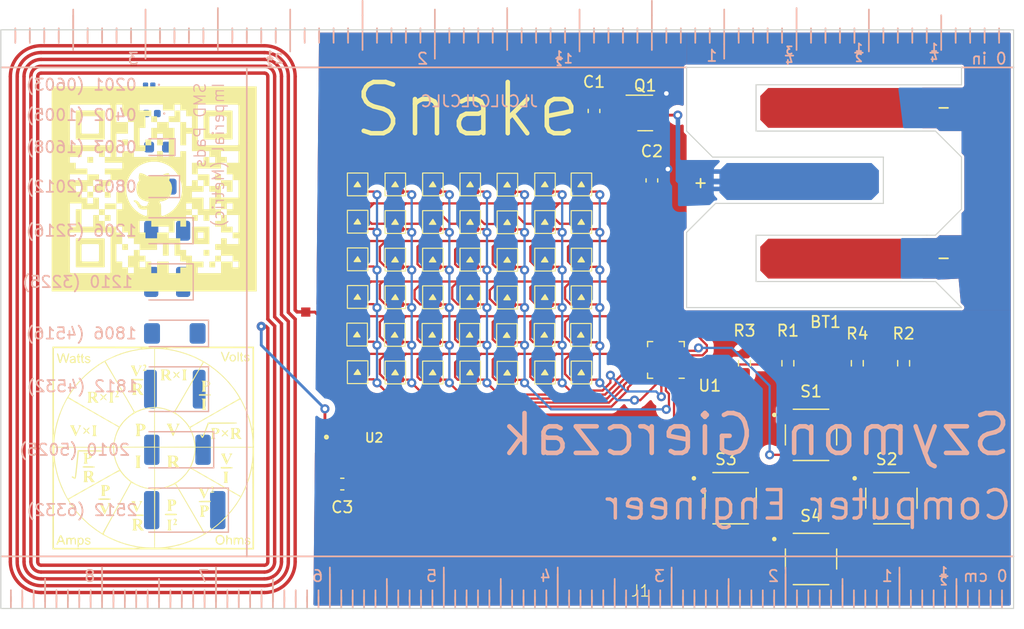
<source format=kicad_pcb>
(kicad_pcb (version 20221018) (generator pcbnew)
  (layers (0 "F.Cu" signal) (31 "B.Cu" signal) (34 "B.Paste" user) (35 "F.Paste" user) (36 "B.SilkS" user "B.Silkscreen") (37 "F.SilkS" user "F.Silkscreen") (38 "B.Mask" user) (39 "F.Mask" user) (44 "Edge.Cuts" user))
  (net 0 "")
  (net 1 "GND")
  (net 2 "+3V0")
  (net 3 "+BATT")
  (net 4 "Net-(R1-Pad1)")
  (net 5 "Net-(R2-Pad1)")
  (net 6 "Net-(R3-Pad1)")
  (net 7 "Net-(R4-Pad1)")
  (net 11 "Net-(U2-VSS)")
  (net 12 "Net-(U2-VCC)")
  (net 13 "Net-(U2-LB)")
  (net 14 "Net-(U2-LA)")
  (net 15 "Net-(U1-~{RESET}{slash}PA0)")
  (net 16 "Row1")
  (net 17 "Net-(U1-PA4)")
  (net 18 "Net-(U1-PA3)")
  (net 19 "Net-(U1-PA2)")
  (net 20 "Net-(U1-PA1)")
  (net 21 "Coloumn1")
  (net 22 "Coloumn2")
  (net 23 "Coloumn3")
  (net 24 "Coloumn4")
  (net 25 "Coloumn5")
  (net 26 "Coloumn6")
  (net 27 "Coloumn7")
  (net 28 "Row2")
  (net 29 "Row3")
  (net 30 "Row4")
  (net 31 "Row5")
  (net 32 "Row6")
  (footprint "TL3315NF100Q:SW_TL3315NF100Q" (layer "F.Cu") (at 160.584 112.24)
    (fp_text reference "S3")
    (fp_text value "TL3315NF100Q")
  )
  (footprint "Library:XL-1615SURSYGC_LED" (layer "F.Cu") (at 136.816 90.288 -90)
    (fp_text reference "D18" hide)
    (fp_text value "~")
  )
  (footprint "Library:XL-1615SURSYGC_LED" (layer "F.Cu") (at 143.378 100.194 -90)
    (fp_text reference "D37" hide)
    (fp_text value "~")
  )
  (footprint "Library:XL-1615SURSYGC_LED" (layer "F.Cu") (at 136.816 93.59 -90)
    (fp_text reference "D25" hide)
    (fp_text value "~")
  )
  (footprint "Library:XL-1615SURSYGC_LED" (layer "F.Cu") (at 130.196 96.892 -90)
    (fp_text reference "D34" hide)
    (fp_text value "~")
  )
  (footprint "Resistor_SMD:R_0603_1608Metric" (layer "F.Cu") (at 171.704 100.393 90)
    (fp_text reference "R4")
    (fp_text value "10k")
  )
  (footprint "Library:XL-1615SURSYGC_LED" (layer "F.Cu") (at 126.93 100.166 -90)
    (fp_text reference "D42" hide)
    (fp_text value "~")
  )
  (footprint "Library:XL-1615SURSYGC_LED" (layer "F.Cu") (at 146.576 93.59 -90)
    (fp_text reference "D22" hide)
    (fp_text value "~")
  )
  (footprint "Library:XL-1615SURSYGC_LED" (layer "F.Cu") (at 146.576 86.986 -90)
    (fp_text reference "D8" hide)
    (fp_text value "~")
  )
  (footprint "Library:XL-1615SURSYGC_LED" (layer "F.Cu") (at 133.534 90.288 -90)
    (fp_text reference "D19" hide)
    (fp_text value "~")
  )
  (footprint "Library:Power_Wheel" (layer "F.Cu") (at 109.982 107.696)
    (fp_text reference "G***" hide)
    (fp_text value "LOGO" hide)
  )
  (footprint "Library:XL-1615SURSYGC_LED" (layer "F.Cu") (at 130.238 86.986 -90)
    (fp_text reference "D13" hide)
    (fp_text value "~")
  )
  (footprint "Capacitor_SMD:C_0603_1608Metric" (layer "F.Cu") (at 153.67 84.341 90)
    (fp_text reference "C2")
    (fp_text value "47u")
  )
  (footprint "Library:XL-1615SURSYGC_LED" (layer "F.Cu") (at 133.492 96.892 -90)
    (fp_text reference "D33" hide)
    (fp_text value "~")
  )
  (footprint "Library:XL-1615SURSYGC_LED" (layer "F.Cu") (at 130.238 100.194 -90)
    (fp_text reference "D41" hide)
    (fp_text value "~")
  )
  (footprint "Library:XL-1615SURSYGC_LED" (layer "F.Cu") (at 126.93 90.26 -90)
    (fp_text reference "D21" hide)
    (fp_text value "~")
  )
  (footprint "Library:XL-1615SURSYGC_LED" (layer "F.Cu") (at 146.576 90.288 -90)
    (fp_text reference "D15" hide)
    (fp_text value "~")
  )
  (footprint "TL3315NF100Q:SW_TL3315NF100Q" (layer "F.Cu") (at 174.696 112.24)
    (fp_text reference "S2")
    (fp_text value "TL3315NF100Q")
  )
  (footprint "Library:XL-1615SURSYGC_LED" (layer "F.Cu") (at 140.076 83.704 -90)
    (fp_text reference "D3" hide)
    (fp_text value "~")
  )
  (footprint "Package_DFN_QFN:VQFN-20-1EP_3x3mm_P0.4mm_EP1.7x1.7mm" (layer "F.Cu") (at 154.9018 100.0992 180)
    (fp_text reference "U1")
    (fp_text value "ATtiny1616-M")
  )
  (footprint "Library:XL-1615SURSYGC_LED" (layer "F.Cu") (at 136.816 100.194 -90)
    (fp_text reference "D39" hide)
    (fp_text value "~")
  )
  (footprint "Package_TO_SOT_SMD:SOT-23" (layer "F.Cu") (at 153.0835 78.42)
    (fp_text reference "Q1")
    (fp_text value "AO3401A")
  )
  (footprint "Library:XL-1615SURSYGC_LED" (layer "F.Cu") (at 140.034 96.912 -90)
    (fp_text reference "D31" hide)
    (fp_text value "~")
  )
  (footprint "Library:XL-1615SURSYGC_LED" (layer "F.Cu") (at 126.93 83.684 -90)
    (fp_text reference "D7" hide)
    (fp_text value "~")
  )
  (footprint "Library:XL-1615SURSYGC_LED" (layer "F.Cu") (at 136.816 86.986 -90)
    (fp_text reference "D11" hide)
    (fp_text value "~")
  )
  (footprint "Library:Progam_Pad" (layer "F.Cu") (at 155.194 120.396)
    (fp_text reference "J1")
    (fp_text value "~")
  )
  (footprint "Library:XL-1615SURSYGC_LED" (layer "F.Cu") (at 140.076 90.308 -90)
    (fp_text reference "D17" hide)
    (fp_text value "~")
  )
  (footprint "Library:XL-1615SURSYGC_LED" (layer "F.Cu") (at 140.076 87.006 -90)
    (fp_text reference "D10" hide)
    (fp_text value "~")
  )
  (footprint "Library:XL-1615SURSYGC_LED" (layer "F.Cu") (at 133.534 100.194 -90)
    (fp_text reference "D40" hide)
    (fp_text value "~")
  )
  (footprint "TL3315NF100Q:SW_TL3315NF100Q" (layer "F.Cu") (at 167.64 117.574)
    (fp_text reference "S4")
    (fp_text value "TL3315NF100Q")
  )
  (footprint "Resistor_SMD:R_0603_1608Metric" (layer "F.Cu") (at 161.798 100.393 90)
    (fp_text reference "R3")
    (fp_text value "10k")
  )
  (footprint "Library:XL-1615SURSYGC_LED" (layer "F.Cu") (at 143.336 96.892 -90)
    (fp_text reference "D30" hide)
    (fp_text value "~")
  )
  (footprint "Library:XL-1615SURSYGC_LED" (layer "F.Cu") (at 143.378 93.59 -90)
    (fp_text reference "D23" hide)
    (fp_text value "~")
  )
  (footprint "NT3H2111W0FHKH:QFN8P50_160X160X50L40X20N" (layer "F.Cu") (at 126.5 107.375)
    (fp_text reference "U2")
    (fp_text value "NT3H2111W0FHKH")
  )
  (footprint "Library:XL-1615SURSYGC_LED" (layer "F.Cu") (at 130.238 90.288 -90)
    (fp_text reference "D20" hide)
    (fp_text value "~")
  )
  (footprint "Library:XL-1615SURSYGC_LED" (layer "F.Cu") (at 130.238 83.684 -90)
    (fp_text reference "D6" hide)
    (fp_text value "~")
  )
  (footprint "Resistor_SMD:R_0603_1608Metric" (layer "F.Cu") (at 165.608 100.393 90)
    (fp_text reference "R1")
    (fp_text value "10k")
  )
  (footprint "TL3315NF100Q:SW_TL3315NF100Q" (layer "F.Cu") (at 167.64 106.68)
    (fp_text reference "S1")
    (fp_text value "TL3315NF100Q")
  )
  (footprint "Library:XL-1615SURSYGC_LED" (layer "F.Cu") (at 126.888 96.864 -90)
    (fp_text reference "D35" hide)
    (fp_text value "~")
  )
  (footprint "Library:XL-1615SURSYGC_LED" (layer "F.Cu") (at 140.076 93.61 -90)
    (fp_text reference "D24" hide)
    (fp_text value "~")
  )
  (footprint "Library:XL-1615SURSYGC_LED" (layer "F.Cu") (at 143.378 86.986 -90)
    (fp_text reference "D9" hide)
    (fp_text value "~")
  )
  (footprint "Library:XL-1615SURSYGC_LED" (layer "F.Cu") (at 126.93 93.562 -90)
    (fp_text reference "D28" hide)
    (fp_text value "~")
  )
  (footprint "Library:XL-1615SURSYGC_LED" (layer "F.Cu") (at 133.534 86.986 -90)
    (fp_text reference "D12" hide)
    (fp_text value "~")
  )
  (footprint "Resistor_SMD:R_0603_1608Metric" (layer "F.Cu") (at 175.768 100.393 90)
    (fp_text reference "R2")
    (fp_text value "10k")
  )
  (footprint "Library:XL-1615SURSYGC_LED" (layer "F.Cu") (at 136.816 83.684 -90)
    (fp_text reference "D4" hide)
    (fp_text value "~")
  )
  (footprint "Library:XL-1615SURSYGC_LED" (layer "F.Cu") (at 133.534 93.59 -90)
    (fp_text reference "D26" hide)
    (fp_text value "~")
  )
  (footprint "Library:XL-1615SURSYGC_LED" (layer "F.Cu") (at 136.774 96.892 -90)
    (fp_text reference "D32" hide)
    (fp_text value "~")
  )
  (footprint "Library:XL-1615SURSYGC_LED" (layer "F.Cu") (at 140.076 100.214 -90)
    (fp_text reference "D38" hide)
    (fp_text value "~")
  )
  (footprint "Capacitor_SMD:C_0603_1608Metric" (layer "F.Cu") (at 126.492 110.998 180)
    (fp_text reference "C3")
    (fp_text value "220nf")
  )
  (footprint "Library:XL-1615SURSYGC_LED" (layer "F.Cu") (at 133.534 83.684 -90)
    (fp_text reference "D5" hide)
    (fp_text value "~")
  )
  (footprint "Library:XL-1615SURSYGC_LED" (layer "F.Cu") (at 146.576 100.194 -90)
    (fp_text reference "D36" hide)
    (fp_text value "~")
  )
  (footprint "Library:XL-1615SURSYGC_LED" (layer "F.Cu") (at 143.378 90.288 -90)
    (fp_text reference "D16" hide)
    (fp_text value "~")
  )
  (footprint "Library:QR_Code" (layer "F.Cu") (at 109.982 85.09)
    (fp_text reference "G***" hide)
    (fp_text value "LOGO" hide)
  )
  (footprint "Library:XL-1615SURSYGC_LED" (layer "F.Cu") (at 146.534 96.892 -90)
    (fp_text reference "D29" hide)
    (fp_text value "~")
  )
  (footprint "Library:XL-1615SURSYGC_LED" (layer "F.Cu") (at 126.93 86.958 -90)
    (fp_text reference "D14" hide)
    (fp_text value "~")
  )
  (footprint "Library:XL-1615SURSYGC_LED" (layer "F.Cu") (at 143.378 83.684 -90)
    (fp_text reference "D2" hide)
    (fp_text value "~")
  )
  (footprint "Library:Coin_Cell" (layer "F.Cu") (at 156.79 95.528)
    (fp_text reference "BT1")
    (fp_text value "Battery_Cell")
  )
  (footprint "Library:XL-1615SURSYGC_LED" (layer "F.Cu") (at 146.576 83.684 -90)
    (fp_text reference "D1" hide)
    (fp_text value "~")
  )
  (footprint "Capacitor_SMD:C_0603_1608Metric" (layer "F.Cu") (at 148.59 78.245 -90)
    (fp_text reference "C1")
    (fp_text value "100nF")
  )
  (footprint "Library:XL-1615SURSYGC_LED" (layer "F.Cu") (at 130.238 93.59 -90)
    (fp_text reference "D27" hide)
    (fp_text value "~")
  )
  (footprint "FQV3JXVJRBBMXRR:25X48MM_NFC_ANTENNA" (layer "F.Cu") (at 109.855 96.52 -90)
    (fp_text reference "ANT1" hide)
    (fp_text value "~")
  )
  (footprint "LED_SMD:LED_1210_3225Metric" (layer "B.Cu") (at 111.12 93.252665 180)
    (fp_text reference "1210 (3225)")
    (fp_text value "LED_1210_3225Metric" hide)
  )
  (footprint "LED_SMD:LED_2010_5025Metric" (layer "B.Cu") (at 112.02 107.988664 180)
    (fp_text reference "2010 (5025)")
    (fp_text value "LED_2010_5025Metric" hide)
  )
  (footprint "LED_SMD:LED_1812_4532Metric" (layer "B.Cu") (at 111.79 102.668331 180)
    (fp_text reference "1812 (4532)")
    (fp_text value "LED_1812_4532Metric" hide)
  )
  (footprint "LED_SMD:LED_1806_4516Metric" (layer "B.Cu") (at 111.79 97.772998 180)
    (fp_text reference "1806 (4516)")
    (fp_text value "LED_1806_4516Metric" hide)
  )
  (footprint "LED_SMD:LED_1206_3216Metric" (layer "B.Cu") (at 111.12 88.757332 180)
    (fp_text reference "1206 (3216)")
    (fp_text value "LED_1206_3216Metric" hide)
  )
  (footprint "LED_SMD:LED_2512_6332Metric" (layer "B.Cu") (at 112.66 113.284 180)
    (fp_text reference "2512 (6332)")
    (fp_text value "LED_2512_6332Metric" hide)
  )
  (footprint "LED_SMD:LED_0603_1608Metric" (layer "B.Cu") (at 110.32 81.416666 180)
    (fp_text reference "0603 (1608)")
    (fp_text value "LED_0603_1608Metric" hide)
  )
  (footprint "LED_SMD:LED_0402_1005Metric" (layer "B.Cu") (at 109.77 78.471333 180)
    (fp_text reference "0402 (1005)")
    (fp_text value "LED_0402_1005Metric" hide)
  )
  (footprint "LED_SMD:LED_0805_2012Metric" (layer "B.Cu") (at 110.52 84.886999 180)
    (fp_text reference "0805 (2012)")
    (fp_text value "LED_0805_2012Metric" hide)
  )
  (footprint "LED_SMD:LED_0201_0603Metric" (layer "B.Cu") (at 109.54 75.946 180)
    (fp_text reference "0201 (0603)")
    (fp_text value "LED_0201_0603Metric" hide)
  )
  (gr_line (start 140.404 119.324) (end 140.404 121.324) (stroke (width 0.15)) (layer "B.SilkS"))
  (gr_line (start 177.404 120.324) (end 177.404 121.324) (stroke (width 0.15)) (layer "B.SilkS"))
  (gr_line (start 134.62 69.342) (end 134.62 71.12) (stroke (width 0.15)) (layer "B.SilkS"))
  (gr_line (start 152.404 120.904) (end 152.404 121.904) (stroke (width 0.15)) (layer "B.SilkS"))
  (gr_line (start 114.404 120.324) (end 114.404 121.324) (stroke (width 0.15)) (layer "B.SilkS"))
  (gr_line (start 156.21 70.993) (end 156.21 72.263) (stroke (width 0.15)) (layer "B.SilkS"))
  (gr_line (start 141.404 120.324) (end 141.404 121.324) (stroke (width 0.15)) (layer "B.SilkS"))
  (gr_line (start 178.404 120.324) (end 178.404 121.324) (stroke (width 0.15)) (layer "B.SilkS"))
  (gr_line (start 131.404 120.904) (end 131.404 121.904) (stroke (width 0.15)) (layer "B.SilkS"))
  (gr_line (start 159.404 120.904) (end 159.404 121.904) (stroke (width 0.15)) (layer "B.SilkS"))
  (gr_line (start 140.404 119.904) (end 140.404 121.904) (stroke (width 0.15)) (layer "B.SilkS"))
  (gr_line (start 166.404 120.904) (end 166.404 121.904) (stroke (width 0.15)) (layer "B.SilkS"))
  (gr_line (start 165.098 72.263) (end 165.098 70.993) (stroke (width 0.15)) (layer "B.SilkS"))
  (gr_line (start 104.4024 120.3146) (end 104.4024 121.3146) (stroke (width 0.15)) (layer "B.SilkS"))
  (gr_line (start 174.404 120.904) (end 174.404 121.904) (stroke (width 0.15)) (layer "B.SilkS"))
  (gr_line (start 122.404 120.904) (end 122.404 121.904) (stroke (width 0.15)) (layer "B.SilkS"))
  (gr_line (start 119.404 120.904) (end 119.404 121.904) (stroke (width 0.15)) (layer "B.SilkS"))
  (gr_line (start 172.404 120.904) (end 172.404 121.904) (stroke (width 0.15)) (layer "B.SilkS"))
  (gr_line (start 138.43 70.9885) (end 138.43 72.2585) (stroke (width 0.15)) (layer "B.SilkS"))
  (gr_line (start 179.404 120.324) (end 179.404 121.324) (stroke (width 0.15)) (layer "B.SilkS"))
  (gr_line (start 170.178 72.263) (end 170.178 70.993) (stroke (width 0.15)) (layer "B.SilkS"))
  (gr_line (start 175.26 71.3105) (end 175.26 71.9455) (stroke (width 0.15)) (layer "B.SilkS"))
  (gr_line (start 176.404 120.324) (end 176.404 121.324) (stroke (width 0.15)) (layer "B.SilkS"))
  (gr_line (start 120.648 71.941) (end 120.648 71.306) (stroke (width 0.15)) (layer "B.SilkS"))
  (gr_line (start 156.718 74.422) (end 96.52 74.422) (stroke (width 0.15)) (layer "B.SilkS"))
  (gr_line (start 106.404 120.904) (end 106.404 121.904) (stroke (width 0.15)) (layer "B.SilkS"))
  (gr_line (start 177.404 120.904) (end 177.404 121.904) (stroke (width 0.15)) (layer "B.SilkS"))
  (gr_line (start 99.06 71.9455) (end 99.06 71.3105) (stroke (width 0.15)) (layer "B.SilkS"))
  (gr_line (start 130.81 70.9885) (end 130.81 72.2585) (stroke (width 0.15)) (layer "B.SilkS"))
  (gr_line (start 108.404 120.324) (end 108.404 121.324) (stroke (width 0.15)) (layer "B.SilkS"))
  (gr_line (start 172.718 73.0205) (end 172.718 71.1155) (stroke (width 0.15)) (layer "B.SilkS"))
  (gr_line (start 172.404 120.324) (end 172.404 121.324) (stroke (width 0.15)) (layer "B.SilkS"))
  (gr_line (start 144.778 72.2585) (end 144.778 70.9885) (stroke (width 0.15)) (layer "B.SilkS"))
  (gr_line (start 144.404 120.904) (end 144.404 121.904) (stroke (width 0.15)) (layer "B.SilkS"))
  (gr_line (start 165.1 71.3105) (end 165.1 71.9455) (stroke (width 0.15)) (layer "B.SilkS"))
  (gr_line (start 121.404 120.324) (end 121.404 121.324) (stroke (width 0.15)) (layer "B.SilkS"))
  (gr_line (start 180.34 71.3105) (end 180.34 71.9455) (stroke (width 0.15)) (layer "B.SilkS"))
  (gr_line (start 184.404 120.904) (end 184.404 121.904) (stroke (width 0.15)) (layer "B.SilkS"))
  (gr_line (start 162.56 71.3105) (end 162.56 71.9455) (stroke (width 0.15)) (layer "B.SilkS"))
  (gr_line (start 121.404 120.904) (end 121.404 121.904) (stroke (width 0.15)) (layer "B.SilkS"))
  (gr_line (start 178.404 120.904) (end 178.404 121.904) (stroke (width 0.15)) (layer "B.SilkS"))
  (gr_line (start 106.68 71.306) (end 106.68 71.941) (stroke (width 0.15)) (layer "B.SilkS"))
  (gr_line (start 121.92 69.342) (end 121.92 71.12) (stroke (width 0.15)) (layer "B.SilkS"))
  (gr_line (start 98.4024 120.8946) (end 98.4024 121.8946) (stroke (width 0.15)) (layer "B.SilkS"))
  (gr_line (start 143.508 71.941) (end 143.508 71.306) (stroke (width 0.15)) (layer "B.SilkS"))
  (gr_line (start 173.404 120.904) (end 173.404 121.904) (stroke (width 0.15)) (layer "B.SilkS"))
  (gr_line (start 166.37 69.215) (end 166.37 71.12) (stroke (width 0.15)) (layer "B.SilkS"))
  (gr_line (start 147.404 120.324) (end 147.404 121.324) (stroke (width 0.15)) (layer "B.SilkS"))
  (gr_line (start 97.4024 120.8946) (end 97.4024 121.8946) (stroke (width 0.15)) (layer "B.SilkS"))
  (gr_line (start 124.404 120.324) (end 124.404 121.324) (stroke (width 0.15)) (layer "B.SilkS"))
  (gr_line (start 110.488 71.941) (end 110.488 71.306) (stroke (width 0.15)) (layer "B.SilkS"))
  (gr_line (start 148.404 120.324) (end 148.404 121.324) (stroke (width 0.15)) (layer "B.SilkS"))
  (gr_line (start 177.798 72.263) (end 177.798 70.993) (stroke (width 0.15)) (layer "B.SilkS"))
  (gr_line (start 110.404 119.904) (end 110.404 121.904) (stroke (width 0.15)) (layer "B.SilkS"))
  (gr_line (start 183.404 120.904) (end 183.404 121.904) (stroke (width 0.15)) (layer "B.SilkS"))
  (gr_line (start 99.062 70.993) (end 99.062 72.263) (stroke (width 0.15)) (layer "B.SilkS"))
  (gr_line (start 156.208 71.9455) (end 156.208 71.3105) (stroke (width 0.15)) (layer "B.SilkS"))
  (gr_line (start 142.404 120.904) (end 142.404 121.904) (stroke (width 0.15)) (layer "B.SilkS"))
  (gr_line (start 181.61 70.993) (end 181.61 72.263) (stroke (width 0.15)) (layer "B.SilkS"))
  (gr_line (start 157.404 120.904) (end 157.404 121.904) (stroke (width 0.15)) (layer "B.SilkS"))
  (gr_line (start 113.404 120.324) (end 113.404 121.324) (stroke (width 0.15)) (layer "B.SilkS"))
  (gr_line (start 157.478 72.263) (end 157.478 70.993) (stroke (width 0.15)) (layer "B.SilkS"))
  (gr_line (start 101.602 70.993) (end 101.602 72.263) (stroke (width 0.15)) (layer "B.SilkS"))
  (gr_line (start 171.448 71.9455) (end 171.448 71.3105) (stroke (width 0.15)) (layer "B.SilkS"))
  (gr_line (start 102.87 69.85) (end 102.87 71.12) (stroke (width 0.1524)) (layer "B.SilkS"))
  (gr_line (start 133.35 70.9885) (end 133.35 72.2585) (stroke (width 0.15)) (layer "B.SilkS"))
  (gr_line (start 140.968 72.8935) (end 140.968 71.1155) (stroke (width 0.15)) (layer "B.SilkS"))
  (gr_line (start 162.558 72.263) (end 162.558 70.993) (stroke (width 0.15)) (layer "B.SilkS"))
  (gr_line (start 106.404 120.324) (end 106.404 121.324) (stroke (width 0.15)) (layer "B.SilkS"))
  (gr_line (start 182.404 120.904) (end 182.404 121.904) (stroke (width 0.15)) (layer "B.SilkS"))
  (gr_line (start 129.54 71.306) (end 129.54 71.941) (stroke (width 0.15)) (layer "B.SilkS"))
  (gr_line (start 102.87 72.39) (end 102.87 71.12) (stroke (width 0.1524)) (layer "B.SilkS"))
  (gr_line (start 116.838 72.2585) (end 116.838 70.9885) (stroke (width 0.15)) (layer "B.SilkS"))
  (gr_line (start 175.404 118.324) (end 175.404 121.324) (stroke (width 0.15)) (layer "B.SilkS"))
  (gr_line (start 99.4024 120.3146) (end 99.4024 121.3146) (stroke (width 0.15)) (layer "B.SilkS"))
  (gr_line (start 112.404 120.904) (end 112.404 121.904) (stroke (width 0.15)) (layer "B.SilkS"))
  (gr_line (start 166.404 120.324) (end 166.404 121.324) (stroke (width 0.15)) (layer "B.SilkS"))
  (gr_line (start 118.11 117.348) (end 118.11 81.026) (stroke (width 0.15)) (layer "B.SilkS"))
  (gr_line (start 180.848 74.422) (end 185.42 74.422) (stroke (width 0.15)) (layer "B.SilkS"))
  (gr_line (start 169.404 120.324) (end 169.404 121.324) (stroke (width 0.15)) (layer "B.SilkS"))
  (gr_line (start 154.938 72.263) (end 154.938 70.993) (stroke (width 0.15)) (layer "B.SilkS"))
  (gr_line (start 145.404 118.324) (end 145.404 121.324) (stroke (width 0.15)) (layer "B.SilkS"))
  (gr_line (start 111.404 120.324) (end 111.404 121.324) (stroke (width 0.15)) (layer "B.SilkS"))
  (gr_line (start 109.218 73.6555) (end 109.218 72.3855) (stroke (width 0.15)) (layer "B.SilkS"))
  (gr_line (start 120.65 70.9885) (end 120.65 72.2585) (stroke (width 0.15)) (layer "B.SilkS"))
  (gr_line (start 119.404 120.324) (end 119.404 121.324) (stroke (width 0.15)) (layer "B.SilkS"))
  (gr_line (start 169.404 120.904) (end 169.404 121.904) (stroke (width 0.15)) (layer "B.SilkS"))
  (gr_line (start 147.32 69.342) (end 147.32 71.12) (stroke (width 0.15)) (layer "B.SilkS"))
  (gr_line (start 134.404 120.324) (end 134.404 121.324) (stroke (width 0.15)) (layer "B.SilkS"))
  (gr_line (start 170.18 71.3105) (end 170.18 71.9455) (stroke (width 0.15)) (layer "B.SilkS"))
  (gr_line (start 102.872 69.3465) (end 102.872 71.1245) (stroke (width 0.15)) (layer "B.SilkS"))
  (gr_line (start 163.404 120.324) (end 163.404 121.324) (stroke (width 0.15)) (layer "B.SilkS"))
  (gr_line (start 158.75 70.993) (end 158.75 72.263) (stroke (width 0.15)) (layer "B.SilkS"))
  (gr_line (start 138.404 120.904) (end 138.404 121.904) (stroke (width 0.15)) (layer "B.SilkS"))
  (gr_line (start 144.78 71.306) (end 144.78 71.941) (stroke (width 0.15)) (layer "B.SilkS"))
  (gr_line (start 175.404 118.904) (end 175.404 121.904) (stroke (width 0.15)) (layer "B.SilkS"))
  (gr_line (start 163.83 70.993) (end 163.83 72.263) (stroke (width 0.15)) (layer "B.SilkS"))
  (gr_line (start 126.404 120.904) (end 126.404 121.904) (stroke (width 0.15)) (layer "B.SilkS"))
  (gr_line (start 102.4024 120.3146) (end 102.4024 121.3146) (stroke (width 0.15)) (layer "B.SilkS"))
  (gr_line (start 179.07 69.85) (end 179.07 71.12) (stroke (width 0.1524)) (layer "B.SilkS"))
  (gr_line (start 104.14 71.306) (end 104.14 71.941) (stroke (width 0.15)) (layer "B.SilkS"))
  (gr_line (start 116.84 71.306) (end 116.84 71.941) (stroke (width 0.15)) (layer "B.SilkS"))
  (gr_line (start 132.404 120.324) (end 132.404 121.324) (stroke (width 0.15)) (layer "B.SilkS"))
  (gr_line (start 105.408 71.941) (end 105.408 71.306) (stroke (width 0.15)) (layer "B.SilkS"))
  (gr_line (start 101.6 71.9455) (end 101.6 71.3105) (stroke (width 0.15)) (layer "B.SilkS"))
  (gr_line (start 135.404 118.904) (end 135.404 121.904) (stroke (width 0.15)) (layer "B.SilkS"))
  (gr_line (start 156.404 120.324) (end 156.404 121.324) (stroke (width 0.15)) (layer "B.SilkS"))
  (gr_line (start 128.27 69.85) (end 128.27 71.12) (stroke (width 0.1524)) (layer "B.SilkS"))
  (gr_line (start 176.528 71.9455) (end 176.528 71.3105) (stroke (width 0.15)) (layer "B.SilkS"))
  (gr_line (start 177.8 71.3105) (end 177.8 71.9455) (stroke (width 0.15)) (layer "B.SilkS"))
  (gr_line (start 124.458 72.2585) (end 124.458 70.9885) (stroke (width 0.15)) (layer "B.SilkS"))
  (gr_line (start 105.4024 118.3146) (end 105.4024 121.3146) (stroke (width 0.15)) (layer "B.SilkS"))
  (gr_line (start 139.404 120.324) (end 139.404 121.324) (stroke (width 0.15)) (layer "B.SilkS"))
  (gr_line (start 111.76 71.306) (end 111.76 71.941) (stroke (width 0.15)) (layer "B.SilkS"))
  (gr_line (start 149.858 72.2585) (end 149.858 70.9885) (stroke (width 0.15)) (layer "B.SilkS"))
  (gr_line (start 167.64 71.3105) (end 167.64 71.9455) (stroke (width 0.15)) (layer "B.SilkS"))
  (gr_line (start 123.404 120.324) (end 123.404 121.324) (stroke (width 0.15)) (layer "B.SilkS"))
  (gr_line (start 113.03 70.9885) (end 113.03 72.2585) (stroke (width 0.15)) (layer "B.SilkS"))
  (gr_line (start 130.404 119.324) (end 130.404 121.324) (stroke (width 0.15)) (layer "B.SilkS"))
  (gr_line (start 125.404 118.904) (end 125.404 121.904) (stroke (width 0.15)) (layer "B.SilkS"))
  (gr_line (start 150.404 119.324) (end 150.404 121.324) (stroke (width 0.15)) (layer "B.SilkS"))
  (gr_line (start 165.404 118.904) (end 165.404 121.904) (stroke (width 0.15)) (layer "B.SilkS"))
  (gr_line (start 180.338 72.263) (end 180.338 70.993) (stroke (width 0.15)) (layer "B.SilkS"))
  (gr_line (start 135.888 71.941) (end 135.888 71.306) (stroke (width 0.15)) (layer "B.SilkS"))
  (gr_line (start 127.404 120.324) (end 127.404 121.324) (stroke (width 0.15)) (layer "B.SilkS"))
  (gr_line (start 157.404 120.324) (end 157.404 121.324) (stroke (width 0.15)) (layer "B.SilkS"))
  (gr_line (start 97.79 72.263) (end 97.79 70.993) (stroke (width 0.15)) (layer "B.SilkS"))
  (gr_line (start 152.398 72.2585) (end 152.398 70.9885) (stroke (width 0.15)) (layer "B.SilkS"))
  (gr_line (start 182.404 120.324) (end 182.404 121.324) (stroke (width 0.15)) (layer "B.SilkS"))
  (gr_line (start 158.404 120.324) (end 158.404 121.324) (stroke (width 0.15)) (layer "B.SilkS"))
  (gr_line (start 117.404 120.904) (end 117.404 121.904) (stroke (width 0.15)) (layer "B.SilkS"))
  (gr_line (start 151.128 71.941) (end 151.128 71.306) (stroke (width 0.15)) (layer "B.SilkS"))
  (gr_line (start 150.404 119.904) (end 150.404 121.904) (stroke (width 0.15)) (layer "B.SilkS"))
  (gr_line (start 123.19 70.9885) (end 123.19 72.2585) (stroke (width 0.15)) (layer "B.SilkS"))
  (gr_line (start 100.4024 119.8946) (end 100.4024 121.8946) (stroke (width 0.15)) (layer "B.SilkS"))
  (gr_line (start 147.404 120.904) (end 147.404 121.904) (stroke (width 0.15)) (layer "B.SilkS"))
  (gr_line (start 171.45 70.993) (end 171.45 72.263) (stroke (width 0.15)) (layer "B.SilkS"))
  (gr_line (start 130.808 71.941) (end 130.808 71.306) (stroke (width 0.15)) (layer "B.SilkS"))
  (gr_line (start 185.42 117.348) (end 96.52 117.348) (stroke (width 0.15)) (layer "B.SilkS"))
  (gr_line (start 181.608 71.9455) (end 181.608 71.3105) (stroke (width 0.15)) (layer "B.SilkS"))
  (gr_line (start 98.4024 120.3146) (end 98.4024 121.3146) (stroke (width 0.15)) (layer "B.SilkS"))
  (gr_line (start 119.38 71.306) (end 119.38 71.941) (stroke (width 0.15)) (layer "B.SilkS"))
  (gr_line (start 111.404 120.904) (end 111.404 121.904) (stroke (width 0.15)) (layer "B.SilkS"))
  (gr_line (start 146.05 70.9885) (end 146.05 72.2585) (stroke (width 0.15)) (layer "B.SilkS"))
  (gr_line (start 161.29 70.993) (end 161.29 72.263) (stroke (width 0.15)) (layer "B.SilkS"))
  (gr_line (start 107.404 120.324) (end 107.404 121.324) (stroke (width 0.15)) (layer "B.SilkS"))
  (gr_line (start 113.028 71.941) (end 113.028 71.306) (stroke (width 0.15)) (layer "B.SilkS"))
  (gr_line (start 153.67 68.58) (end 153.67 69.85) (stroke (width 0.15)) (layer "B.SilkS"))
  (gr_line (start 107.95 70.9885) (end 107.95 72.2585) (stroke (width 0.15)) (layer "B.SilkS"))
  (gr_line (start 146.404 120.324) (end 146.404 121.324) (stroke (width 0.15)) (layer "B.SilkS"))
  (gr_line (start 125.404 118.324) (end 125.404 121.324) (stroke (width 0.15)) (layer "B.SilkS"))
  (gr_line (start 153.404 120.324) (end 153.404 121.324) (stroke (width 0.15)) (layer "B.SilkS"))
  (gr_line (start 118.11 81.026) (end 118.11 74.422) (stroke (width 0.15)) (layer "B.SilkS"))
  (gr_line (start 167.638 72.263) (end 167.638 70.993) (stroke (width 0.15)) (layer "B.SilkS"))
  (gr_line (start 137.16 71.306) (end 137.16 71.941) (stroke (width 0.15)) (layer "B.SilkS"))
  (gr_line (start 146.048 71.941) (end 146.048 71.306) (stroke (width 0.15)) (layer "B.SilkS"))
  (gr_line (start 155.404 118.904) (end 155.404 121.904) (stroke (width 0.15)) (layer "B.SilkS"))
  (gr_line (start 162.404 120.904) (end 162.404 121.904) (stroke (width 0.15)) (layer "B.SilkS"))
  (gr_line (start 148.59 70.9885) (end 148.59 72.2585) (stroke (width 0.15)) (layer "B.SilkS"))
  (gr_line (start 118.11 70.9885) (end 118.11 72.2585) (stroke (width 0.15)) (layer "B.SilkS"))
  (gr_line (start 141.404 120.904) (end 141.404 121.904) (stroke (width 0.15)) (layer "B.SilkS"))
  (gr_line (start 149.404 120.324) (end 149.404 121.324) (stroke (width 0.15)) (layer "B.SilkS"))
  (gr_line (start 105.404 118.904) (end 105.404 121.904) (stroke (width 0.15)) (layer "B.SilkS"))
  (gr_line (start 142.404 120.324) (end 142.404 121.324) (stroke (width 0.15)) (layer "B.SilkS"))
  (gr_line (start 168.404 120.324) (end 168.404 121.324) (stroke (width 0.15)) (layer "B.SilkS"))
  (gr_line (start 137.404 120.904) (end 137.404 121.904) (stroke (width 0.15)) (layer "B.SilkS"))
  (gr_line (start 148.588 71.941) (end 148.588 71.306) (stroke (width 0.15)) (layer "B.SilkS"))
  (gr_line (start 119.378 72.2585) (end 119.378 70.9885) (stroke (width 0.15)) (layer "B.SilkS"))
  (gr_line (start 115.404 118.324) (end 115.404 121.324) (stroke (width 0.15)) (layer "B.SilkS"))
  (gr_line (start 144.404 120.324) (end 144.404 121.324) (stroke (width 0.15)) (layer "B.SilkS"))
  (gr_line (start 160.018 73.6555) (end 160.018 72.3855) (stroke (width 0.15)) (layer "B.SilkS"))
  (gr_line (start 135.89 70.9885) (end 135.89 72.2585) (stroke (width 0.15)) (layer "B.SilkS"))
  (gr_line (start 112.404 120.324) (end 112.404 121.324) (stroke (width 0.15)) (layer "B.SilkS"))
  (gr_line (start 154.404 120.324) (end 154.404 121.324) (stroke (width 0.15)) (layer "B.SilkS"))
  (gr_line (start 147.318 73.0205) (end 147.318 71.1155) (stroke (width 0.15)) (layer "B.SilkS"))
  (gr_line (start 109.218 72.3855) (end 109.218 71.1155) (stroke (width 0.1524)) (layer "B.SilkS"))
  (gr_line (start 184.15 70.993) (end 184.15 72.263) (stroke (width 0.15)) (layer "B.SilkS"))
  (gr_line (start 104.138 72.2585) (end 104.138 70.9885) (stroke (width 0.15)) (layer "B.SilkS"))
  (gr_line (start 105.41 70.9885) (end 105.41 72.2585) (stroke (width 0.15)) (layer "B.SilkS"))
  (gr_line (start 176.404 120.904) (end 176.404 121.904) (stroke (width 0.15)) (layer "B.SilkS"))
  (gr_line (start 140.97 69.215) (end 140.97 71.12) (stroke (width 0.15)) (layer "B.SilkS"))
  (gr_line (start 134.618 73.6555) (end 134.618 72.3855) (stroke (width 0.15)) (layer "B.SilkS"))
  (gr_line (start 120.404 119.324) (end 120.404 121.324) (stroke (width 0.15)) (layer "B.SilkS"))
  (gr_line (start 133.404 120.904) (end 133.404 121.904) (stroke (width 0.15)) (layer "B.SilkS"))
  (gr_line (start 165.404 118.324) (end 165.404 121.324) (stroke (width 0.15)) (layer "B.SilkS"))
  (gr_line (start 151.404 120.324) (end 151.404 121.324) (stroke (width 0.15)) (layer "B.SilkS"))
  (gr_line (start 103.4024 120.8946) (end 103.4024 121.8946) (stroke (width 0.15)) (layer "B.SilkS"))
  (gr_line (start 156.404 120.904) (end 156.404 121.904) (stroke (width 0.15)) (layer "B.SilkS"))
  (gr_line (start 155.404 118.324) (end 155.404 121.324) (stroke (width 0.15)) (layer "B.SilkS"))
  (gr_line (start 126.404 120.324) (end 126.404 121.324) (stroke (width 0.15)) (layer "B.SilkS"))
  (gr_line (start 118.404 120.904) (end 118.404 121.904) (stroke (width 0.15)) (layer "B.SilkS"))
  (gr_line (start 151.404 120.904) (end 151.404 121.904) (stroke (width 0.15)) (layer "B.SilkS"))
  (gr_line (start 159.404 120.324) (end 159.404 121.324) (stroke (width 0.15)) (layer "B.SilkS"))
  (gr_line (start 161.404 120.904) (end 161.404 121.904) (stroke (width 0.15)) (layer "B.SilkS"))
  (gr_line (start 131.404 120.324) (end 131.404 121.324) (stroke (width 0.15)) (layer "B.SilkS"))
  (gr_line (start 175.258 72.263) (end 175.258 70.993) (stroke (width 0.15)) (layer "B.SilkS"))
  (gr_line (start 128.27 68.58) (end 128.27 69.85) (stroke (width 0.15)) (layer "B.SilkS"))
  (gr_line (start 153.404 120.904) (end 153.404 121.904) (stroke (width 0.15)) (layer "B.SilkS"))
  (gr_line (start 128.404 120.324) (end 128.404 121.324) (stroke (width 0.15)) (layer "B.SilkS"))
  (gr_line (start 123.404 120.904) (end 123.404 121.904) (stroke (width 0.15)) (layer "B.SilkS"))
  (gr_line (start 158.404 120.904) (end 158.404 121.904) (stroke (width 0.15)) (layer "B.SilkS"))
  (gr_line (start 128.268 72.8935) (end 128.268 71.1155) (stroke (width 0.15)) (layer "B.SilkS"))
  (gr_line (start 176.53 70.993) (end 176.53 72.263) (stroke (width 0.15)) (layer "B.SilkS"))
  (gr_line (start 180.404 119.324) (end 180.404 121.324) (stroke (width 0.15)) (layer "B.SilkS"))
  (gr_line (start 154.94 71.3105) (end 154.94 71.9455) (stroke (width 0.15)) (layer "B.SilkS"))
  (gr_line (start 154.404 120.904) (end 154.404 121.904) (stroke (width 0.15)) (layer "B.SilkS"))
  (gr_line (start 173.404 120.324) (end 173.404 121.324) (stroke (width 0.15)) (layer "B.SilkS"))
  (gr_line (start 111.758 72.2585) (end 111.758 70.9885) (stroke (width 0.15)) (layer "B.SilkS"))
  (gr_line (start 124.404 120.904) (end 124.404 121.904) (stroke (width 0.15)) (layer "B.SilkS"))
  (gr_line (start 160.018 72.3855) (end 160.018 71.1155) (stroke (width 0.1524)) (layer "B.SilkS"))
  (gr_line (start 118.108 71.941) (end 118.108 71.306) (stroke (width 0.15)) (layer "B.SilkS"))
  (gr_line (start 106.678 72.2585) (end 106.678 70.9885) (stroke (width 0.15)) (layer "B.SilkS"))
  (gr_line (start 126.998 72.2585) (end 126.998 70.9885) (stroke (width 0.15)) (layer "B.SilkS"))
  (gr_line (start 167.404 120.904) (end 167.404 121.904) (stroke (width 0.15)) (layer "B.SilkS"))
  (gr_line (start 167.404 120.324) (end 167.404 121.324) (stroke (width 0.15)) (layer "B.SilkS"))
  (gr_line (start 160.404 119.904) (end 160.404 121.904) (stroke (width 0.15)) (layer "B.SilkS"))
  (gr_line (start 107.948 71.941) (end 107.948 71.306) (stroke (width 0.15)) (layer "B.SilkS"))
  (gr_line (start 130.404 119.904) (end 130.404 121.904) (stroke (width 0.15)) (layer "B.SilkS"))
  (gr_line (start 183.404 120.324) (end 183.404 121.324) (stroke (width 0.15)) (layer "B.SilkS"))
  (gr_line (start 116.404 120.324) (end 116.404 121.324) (stroke (width 0.15)) (layer "B.SilkS"))
  (gr_line (start 108.404 120.904) (end 108.404 121.904) (stroke (width 0.15)) (layer "B.SilkS"))
  (gr_line (start 161.288 71.9455) (end 161.288 71.3105) (stroke (width 0.15)) (layer "B.SilkS"))
  (gr_line (start 127 71.306) (end 127 71.941) (stroke (width 0.15)) (layer "B.SilkS"))
  (gr_line (start 182.878 72.263) (end 182.878 70.993) (stroke (width 0.15)) (layer "B.SilkS"))
  (gr_line (start 184.148 71.9455) (end 184.148 71.3105) (stroke (width 0.15)) (layer "B.SilkS"))
  (gr_line (start 179.068 72.8935) (end 179.068 71.1155) (stroke (width 0.15)) (layer "B.SilkS"))
  (gr_line (start 132.404 120.904) (end 132.404 121.904) (stroke (width 0.15)) (layer "B.SilkS"))
  (gr_line (start 99.4024 120.8946) (end 99.4024 121.8946) (stroke (width 0.15)) (layer "B.SilkS"))
  (gr_line (start 139.698 72.2585) (end 139.698 70.9885) (stroke (width 0.15)) (layer "B.SilkS"))
  (gr_line (start 121.918 73.0205) (end 121.918 71.1155) (stroke (width 0.15)) (layer "B.SilkS"))
  (gr_line (start 125.728 71.941) (end 125.728 71.306) (stroke (width 0.15)) (layer "B.SilkS"))
  (gr_line (start 173.99 70.993) (end 173.99 72.263) (stroke (width 0.15)) (layer "B.SilkS"))
  (gr_line (start 97.4024 120.3146) (end 97.4024 121.3146) (stroke (width 0.15)) (layer "B.SilkS"))
  (gr_line (start 102.4024 120.8946) (end 102.4024 121.8946) (stroke (width 0.15)) (layer "B.SilkS"))
  (gr_line (start 104.4024 120.8946) (end 104.4024 121.8946) (stroke (width 0.15)) (layer "B.SilkS"))
  (gr_line (start 124.46 71.306) (end 124.46 71.941) (stroke (width 0.15)) (layer "B.SilkS"))
  (gr_line (start 182.88 71.3105) (end 182.88 71.9455) (stroke (width 0.15)) (layer "B.SilkS"))
  (gr_line (start 113.404 120.904) (end 113.404 121.904) (stroke (width 0.15)) (layer "B.SilkS"))
  (gr_line (start 168.91 70.993) (end 168.91 72.263) (stroke (width 0.15)) (layer "B.SilkS"))
  (gr_line (start 100.33 72.263) (end 100.33 70.993) (stroke (width 0.15)) (layer "B.SilkS"))
  (gr_line (start 97.792 71.3105) (end 97.792 71.9455) (stroke (width 0.15)) (layer "B.SilkS"))
  (gr_line (start 157.48 71.3105) (end 157.48 71.9455) (stroke (width 0.15)) (layer "B.SilkS"))
  (gr_line (start 142.24 71.306) (end 142.24 71.941) (stroke (width 0.15)) (layer "B.SilkS"))
  (gr_line (start 163.828 71.9455) (end 163.828 71.3105) (stroke (width 0.15)) (layer "B.SilkS"))
  (gr_line (start 114.3 71.306) (end 114.3 71.941) (stroke (width 0.15)) (layer "B.SilkS"))
  (gr_line (start 158.748 71.9455) (end 158.748 71.3105) (stroke (width 0.15)) (layer "B.SilkS"))
  (gr_line (start 137.404 120.324) (end 137.404 121.324) (stroke (width 0.15)) (layer "B.SilkS"))
  (gr_line (start 103.4024 120.3146) (end 103.4024 121.3146) (stroke (width 0.15)) (layer "B.SilkS"))
  (gr_line (start 100.4024 119.3146) (end 100.4024 121.3146) (stroke (width 0.15)) (layer "B.SilkS"))
  (gr_line (start 134.404 120.904) (end 134.404 121.904) (stroke (width 0.15)) (layer "B.SilkS"))
  (gr_line (start 132.078 72.2585) (end 132.078 70.9885) (stroke (width 0.15)) (layer "B.SilkS"))
  (gr_line (start 160.02 69.342) (end 160.02 71.12) (stroke (width 0.15)) (layer "B.SilkS"))
  (gr_line (start 134.618 72.3855) (end 134.618 71.1155) (stroke (width 0.1524)) (layer "B.SilkS"))
  (gr_line (start 101.4024 120.3146) (end 101.4024 121.3146) (stroke (width 0.15)) (layer "B.SilkS"))
  (gr_line (start 102.868 72.8935) (end 102.868 71.1155) (stroke (width 0.15)) (layer "B.SilkS"))
  (gr_line (start 171.404 120.904) (end 171.404 121.904) (stroke (width 0.15)) (layer "B.SilkS"))
  (gr_line (start 132.08 71.306) (end 132.08 71.941) (stroke (width 0.15)) (layer "B.SilkS"))
  (gr_line (start 143.51 70.9885) (end 143.51 72.2585) (stroke (width 0.15)) (layer "B.SilkS"))
  (gr_line (start 181.404 120.324) (end 181.404 121.324) (stroke (width 0.15)) (layer "B.SilkS"))
  (gr_line (start 136.404 120.324) (end 136.404 121.324) (stroke (width 0.15)) (layer "B.SilkS"))
  (gr_line (start 151.13 70.9885) (end 151.13 72.2585) (stroke (width 0.15)) (layer "B.SilkS"))
  (gr_line (start 184.404 120.324) (end 184.404 121.324) (stroke (width 0.15)) (layer "B.SilkS"))
  (gr_line (start 143.404 120.904) (end 143.404 121.904) (stroke (width 0.15)) (layer "B.SilkS"))
  (gr_line (start 181.404 120.904) (end 181.404 121.904) (stroke (width 0.15)) (layer "B.SilkS"))
  (gr_line (start 101.4024 120.8946) (end 101.4024 121.8946) (stroke (width 0.15)) (layer "B.SilkS"))
  (gr_line (start 170.404 119.904) (end 170.404 121.904) (stroke (width 0.15)) (layer "B.SilkS"))
  (gr_line (start 138.428 71.941) (end 138.428 71.306) (stroke (width 0.15)) (layer "B.SilkS"))
  (gr_line (start 129.404 120.324) (end 129.404 121.324) (stroke (width 0.15)) (layer "B.SilkS"))
  (gr_line (start 149.404 120.904) (end 149.404 121.904) (stroke (width 0.15)) (layer "B.SilkS"))
  (gr_line (start 139.7 71.306) (end 139.7 71.941) (stroke (width 0.15)) (layer "B.SilkS"))
  (gr_line (start 127.404 120.904) (end 127.404 121.904) (stroke (width 0.15)) (layer "B.SilkS"))
  (gr_line (start 179.404 120.904) (end 179.404 121.904) (stroke (width 0.15)) (layer "B.SilkS"))
  (gr_line (start 110.404 119.324) (end 110.404 121.324) (stroke (width 0.15)) (layer "B.SilkS"))
  (gr_line (start 122.404 120.324) (end 122.404 121.324) (stroke (width 0.15)) (layer "B.SilkS"))
  (gr_line (start 161.404 120.324) (end 161.404 121.324) (stroke (width 0.15)) (layer "B.SilkS"))
  (gr_line (start 116.404 120.904) (end 116.404 121.904) (stroke (width 0.15)) (layer "B.SilkS"))
  (gr_line (start 137.158 72.2585) (end 137.158 70.9885) (stroke (width 0.15)) (layer "B.SilkS"))
  (gr_line (start 129.538 72.2585) (end 129.538 70.9885) (stroke (width 0.15)) (layer "B.SilkS"))
  (gr_line (start 115.57 69.215) (end 115.57 71.12) (stroke (width 0.15)) (layer "B.SilkS"))
  (gr_line (start 146.404 120.904) (end 146.404 121.904) (stroke (width 0.15)) (layer "B.SilkS"))
  (gr_line (start 143.404 120.324) (end 143.404 121.324) (stroke (width 0.15)) (layer "B.SilkS"))
  (gr_line (start 172.72 69.342) (end 172.72 71.12) (stroke (width 0.15)) (layer "B.SilkS"))
  (gr_line (start 153.668 72.8935) (end 153.668 71.1155) (stroke (width 0.15)) (layer "B.SilkS"))
  (gr_line (start 174.404 120.324) (end 174.404 121.324) (stroke (width 0.15)) (layer "B.SilkS"))
  (gr_line (start 162.404 120.324) (end 162.404 121.324) (stroke (width 0.15)) (layer "B.SilkS"))
  (gr_line (start 142.238 72.2585) (end 142.238 70.9885) (stroke (width 0.15)) (layer "B.SilkS"))
  (gr_line (start 117.404 120.324) (end 117.404 121.324) (stroke (width 0.15)) (layer "B.SilkS"))
  (gr_line (start 170.404 119.324) (end 170.404 121.324) (stroke (width 0.15)) (layer "B.SilkS"))
  (gr_line (start 100.332 71.3105) (end 100.332 71.9455) (stroke (width 0.15)) (layer "B.SilkS"))
  (gr_line (start 136.404 120.904) (end 136.404 121.904) (stroke (width 0.15)) (layer "B.SilkS"))
  (gr_line (start 168.404 120.904) (end 168.404 121.904) (stroke (width 0.15)) (layer "B.SilkS"))
  (gr_line (start 129.404 120.904) (end 129.404 121.904) (stroke (width 0.15)) (layer "B.SilkS"))
  (gr_line (start 133.404 120.324) (end 133.404 121.324) (stroke (width 0.15)) (layer "B.SilkS"))
  (gr_line (start 115.404 118.904) (end 115.404 121.904) (stroke (width 0.15)) (layer "B.SilkS"))
  (gr_line (start 138.404 120.324) (end 138.404 121.324) (stroke (width 0.15)) (layer "B.SilkS"))
  (gr_line (start 166.368 72.8935) (end 166.368 71.1155) (stroke (width 0.15)) (layer "B.SilkS"))
  (gr_line (start 128.404 120.904) (end 128.404 121.904) (stroke (width 0.15)) (layer "B.SilkS"))
  (gr_line (start 149.86 71.306) (end 149.86 71.941) (stroke (width 0.15)) (layer "B.SilkS"))
  (gr_line (start 139.404 120.904) (end 139.404 121.904) (stroke (width 0.15)) (layer "B.SilkS"))
  (gr_line (start 118.404 120.324) (end 118.404 121.324) (stroke (width 0.15)) (layer "B.SilkS"))
  (gr_line (start 123.188 71.941) (end 123.188 71.306) (stroke (width 0.15)) (layer "B.SilkS"))
  (gr_line (start 171.404 120.324) (end 171.404 121.324) (stroke (width 0.15)) (layer "B.SilkS"))
  (gr_line (start 135.404 118.324) (end 135.404 121.324) (stroke (width 0.15)) (layer "B.SilkS"))
  (gr_line (start 145.404 118.904) (end 145.404 121.904) (stroke (width 0.15)) (layer "B.SilkS"))
  (gr_line (start 125.73 70.9885) (end 125.73 72.2585) (stroke (width 0.15)) (layer "B.SilkS"))
  (gr_line (start 114.298 72.2585) (end 114.298 70.9885) (stroke (width 0.15)) (layer "B.SilkS"))
  (gr_line (start 152.404 120.324) (end 152.404 121.324) (stroke (width 0.15)) (layer "B.SilkS"))
  (gr_line (start 133.348 71.941) (end 133.348 71.306) (stroke (width 0.15)) (layer "B.SilkS"))
  (gr_line (start 109.404 120.324) (end 109.404 121.324) (stroke (width 0.15)) (layer "B.SilkS"))
  (gr_line (start 168.908 71.9455) (end 168.908 71.3105) (stroke (width 0.15)) (layer "B.SilkS"))
  (gr_line (start 152.4 71.306) (end 152.4 71.941) (stroke (width 0.15)) (layer "B.SilkS"))
  (gr_line (start 109.404 120.904) (end 109.404 121.904) (stroke (width 0.15)) (layer "B.SilkS"))
  (gr_line (start 180.404 119.904) (end 180.404 121.904) (stroke (width 0.15)) (layer "B.SilkS"))
  (gr_line (start 114.404 120.904) (end 114.404 121.904) (stroke (width 0.15)) (layer "B.SilkS"))
  (gr_line (start 110.49 70.9885) (end 110.49 72.2585) (stroke (width 0.15)) (layer "B.SilkS"))
  (gr_line (start 115.568 72.8935) (end 115.568 71.1155) (stroke (width 0.15)) (layer "B.SilkS"))
  (gr_line (start 109.22 69.342) (end 109.22 71.12) (stroke (width 0.15)) (layer "B.SilkS"))
  (gr_line (start 153.67 69.85) (end 153.67 71.12) (stroke (width 0.1524)) (layer "B.SilkS"))
  (gr_line (start 164.404 120.904) (end 164.404 121.904) (stroke (width 0.15)) (layer "B.SilkS"))
  (gr_line (start 120.404 119.904) (end 120.404 121.904) (stroke (width 0.15)) (layer "B.SilkS"))
  (gr_line (start 164.404 120.324) (end 164.404 121.324) (stroke (width 0.15)) (layer "B.SilkS"))
  (gr_line (start 107.404 120.904) (end 107.404 121.904) (stroke (width 0.15)) (layer "B.SilkS"))
  (gr_line (start 173.988 71.9455) (end 173.988 71.3105) (stroke (width 0.15)) (layer "B.SilkS"))
  (gr_line (start 163.404 120.904) (end 163.404 121.904) (stroke (width 0.15)) (layer "B.SilkS"))
  (gr_line (start 160.404 119.324) (end 160.404 121.324) (stroke (width 0.15)) (layer "B.SilkS"))
  (gr_line (start 148.404 120.904) (end 148.404 121.904) (stroke (width 0.15)) (layer "B.SilkS"))
  (gr_line (start 180.848 75.946) (end 162.814 75.946) (stroke (width 0.1)) (layer "Edge.Cuts"))
  (gr_line (start 162.814 93.218) (end 162.814 89.154) (stroke (width 0.1)) (layer "Edge.Cuts"))
  (gr_line (start 156.718 95.504) (end 180.848 95.504) (stroke (width 0.1)) (layer "Edge.Cuts"))
  (gr_line (start 162.814 89.154) (end 177.8 89.154) (stroke (width 0.1)) (layer "Edge.Cuts"))
  (gr_line (start 156.718 74.422) (end 180.848 74.422) (stroke (width 0.1)) (layer "Edge.Cuts"))
  (gr_line (start 159.004 82.296) (end 173.99 82.296) (stroke (width 0.1)) (layer "Edge.Cuts"))
  (gr_line (start 173.99 82.296) (end 173.99 86.36) (stroke (width 0.1)) (layer "Edge.Cuts"))
  (gr_line (start 173.99 86.36) (end 159.258 86.36) (stroke (width 0.1)) (layer "Edge.Cuts"))
  (gr_line (start 162.814 80.01) (end 162.814 75.946) (stroke (width 0.1)) (layer "Edge.Cuts"))
  (gr_line (start 180.848 95.504) (end 178.562 93.218) (stroke (width 0.1)) (layer "Edge.Cuts"))
  (gr_line (start 156.718 88.9) (end 156.718 95.504) (stroke (width 0.1)) (layer "Edge.Cuts"))
  (gr_rect (start 96.52 71.12) (end 185.42 121.92) (stroke (width 0.1)) (fill none) (layer "Edge.Cuts"))
  (gr_line (start 159.258 86.36) (end 156.718 88.9) (stroke (width 0.1)) (layer "Edge.Cuts"))
  (gr_line (start 156.718 74.422) (end 156.718 80.01) (stroke (width 0.1)) (layer "Edge.Cuts"))
  (gr_line (start 178.562 93.218) (end 162.814 93.218) (stroke (width 0.1)) (layer "Edge.Cuts"))
  (gr_line (start 180.848 74.422) (end 180.848 75.946) (stroke (width 0.1)) (layer "Edge.Cuts"))
  (gr_line (start 177.8 89.154) (end 178.562 89.154) (stroke (width 0.1)) (layer "Edge.Cuts"))
  (gr_line (start 180.848 82.296) (end 178.562 80.01) (stroke (width 0.1)) (layer "Edge.Cuts"))
  (gr_line (start 178.562 89.154) (end 180.848 86.868) (stroke (width 0.1)) (layer "Edge.Cuts"))
  (gr_line (start 156.718 80.01) (end 159.004 82.296) (stroke (width 0.1)) (layer "Edge.Cuts"))
  (gr_line (start 180.848 82.296) (end 180.848 86.868) (stroke (width 0.1)) (layer "Edge.Cuts"))
  (gr_line (start 178.562 80.01) (end 162.814 80.01) (stroke (width 0.1)) (layer "Edge.Cuts"))
  (gr_text "5" (at 134.904 119.074) (layer "B.SilkS") (effects (font (size 1 1) (thickness 0.1524)) (justify left mirror)))
  (gr_text "0 cm" (at 184.996 119.074) (layer "B.SilkS") (effects (font (size 1 1) (thickness 0.1524)) (justify left mirror)))
  (gr_text "Szymon Gierczak" (at 185.42 108.712) (layer "B.SilkS") (effects (font (size 3.5 3.5) (thickness 0.4) bold) (justify left bottom mirror)))
  (gr_text "3" (at 108.71 73.6555) (layer "B.SilkS") (effects (font (size 1 1) (thickness 0.1524)) (justify left mirror)))
  (gr_text "JLCJLCJLCJLC" (at 143.764 77.978) (layer "B.SilkS") (effects (font (size 1 1)) (justify left bottom mirror)))
  (gr_text "¼" (at 179.07 73.152) (layer "B.SilkS") (effects (font (size 1 1) (thickness 0.1524)) (justify left mirror)))
  (gr_text "½" (at 172.466 73.152) (layer "B.SilkS") (effects (font (size 1 1) (thickness 0.1524)) (justify left mirror)))
  (gr_text "SMD Pads\nImperial (Metric)" (at 114.808 75.692 90) (layer "B.SilkS") (effects (font (size 1 1) (thickness 0.1016)) (justify left mirror)))
  (gr_text "3" (at 154.904 119.074) (layer "B.SilkS") (effects (font (size 1 1) (thickness 0.1524)) (justify left mirror)))
  (gr_text "2½" (at 121.41 73.6555) (layer "B.SilkS") (effects (font (size 0.8 0.8) (thickness 0.1524)) (justify left mirror)))
  (gr_text "4" (at 144.904 119.074) (layer "B.SilkS") (effects (font (size 1 1) (thickness 0.1524)) (justify left mirror)))
  (gr_text "2" (at 134.11 73.6555) (layer "B.SilkS") (effects (font (size 1 1) (thickness 0.1524)) (justify left mirror)))
  (gr_text "6" (at 124.904 119.074) (layer "B.SilkS") (effects (font (size 1 1) (thickness 0.1524)) (justify left mirror)))
  (gr_text "1" (at 174.904 119.074) (layer "B.SilkS") (effects (font (size 1 1) (thickness 0.1524)) (justify left mirror)))
  (gr_text "1" (at 159.51 73.406) (layer "B.SilkS") (effects (font (size 1 1) (thickness 0.1524)) (justify left mirror)))
  (gr_text "7" (at 114.904 119.074) (layer "B.SilkS") (effects (font (size 1 1) (thickness 0.1524)) (justify left mirror)))
  (gr_text "8" (at 104.904 119.074) (layer "B.SilkS") (effects (font (size 1 1) (thickness 0.1524)) (justify left mirror)))
  (gr_text "2" (at 164.904 119.074) (layer "B.SilkS") (effects (font (size 1 1) (thickness 0.1524)) (justify left mirror)))
  (gr_text "1½" (at 146.81 73.6555) (layer "B.SilkS") (effects (font (size 0.8 0.8) (thickness 0.1524)) (justify left mirror)))
  (gr_text "0 in" (at 184.91 73.6555) (layer "B.SilkS") (effects (font (size 1 1) (thickness 0.1524)) (justify left mirror)))
  (gr_text "¾" (at 166.37 73.406) (layer "B.SilkS") (effects (font (size 1 1) (thickness 0.1524)) (justify left mirror)))
  (gr_text "½" (at 179.916 119.101) (layer "B.SilkS") (effects (font (size 1 1) (thickness 0.1524)) (justify left mirror)))
  (gr_text "Computer Engineer" (at 185.42 114.3) (layer "B.SilkS") (effects (font (size 2.5 2.5) (thickness 0.3) bold) (justify left bottom mirror)))
  (gr_text "+" (at 157.226 85.09) (layer "F.SilkS") (effects (font (size 1 1)) (justify left bottom)))
  (gr_text "-" (at 178.562 78.486) (layer "F.SilkS") (effects (font (size 1 1)) (justify left bottom)))
  (gr_text "-" (at 178.562 91.694) (layer "F.SilkS") (effects (font (size 1 1)) (justify left bottom)))
  (gr_text "Snake" (at 127.254 80.772) (layer "F.SilkS") (effects (font (size 4.5 4.5) (thickness 0.4)) (justify left bottom)))
  (segment (start 159.766 99.568) (end 161.798 99.568) (width 0.2) (layer "F.Cu") (net 1))
  (segment (start 173.566 90.17) (end 173.312 90.424) (width 0.4) (layer "F.Cu") (net 1))
  (segment (start 176.636 77.9366) (end 176.5946 77.978) (width 0.4) (layer "F.Cu") (net 1))
  (segment (start 176.5946 77.978) (end 170.2624 77.978) (width 0.4) (layer "F.Cu") (net 1))
  (segment (start 153.052 76.5642) (end 155.072 76.5642) (width 0.2) (layer "F.Cu") (net 1))
  (segment (start 153.888 83.3476) (end 153.67 83.566) (width 0.2) (layer "F.Cu") (net 1))
  (segment (start 176.722 91.186) (end 170.202 91.186) (width 0.4) (layer "F.Cu") (net 1))
  (segment (start 165.608 99.568) (end 171.704 99.568) (width 0.2) (layer "F.Cu") (net 1))
  (segment (start 170.2624 77.978) (end 170.221 77.9366) (width 0.4) (layer "F.Cu") (net 1))
  (segment (start 159.235 100.099) (end 159.766 99.568) (width 0.2) (layer "F.Cu") (net 1))
  (segment (start 171.704 99.568) (end 175.768 99.568) (width 0.2) (layer "F.Cu") (net 1))
  (segment (start 179.832 78.994) (end 173.312 78.994) (width 0.4) (layer "F.Cu") (net 1))
  (segment (start 148.59 77.47) (end 152.146 77.47) (width 0.2) (layer "F.Cu") (net 1))
  (segment (start 154.902 100.099) (end 159.235 100.099) (width 0.2) (layer "F.Cu") (net 1))
  (segment (start 165.608 99.568) (end 161.798 99.568) (width 0.2) (layer "F.Cu") (net 1))
  (segment (start 179.832 90.17) (end 173.566 90.17) (width 0.4) (layer "F.Cu") (net 1))
  (segment (start 170.221 77.9366) (end 170.18 77.978) (width 0.2) (layer "F.Cu") (net 1))
  (segment (start 179.832 92.202) (end 173.312 92.202) (width 0.4) (layer "F.Cu") (net 1))
  (segment (start 179.832 76.962) (end 173.312 76.962) (width 0.4) (layer "F.Cu") (net 1))
  (segment (start 155.072 83.3476) (end 153.888 83.3476) (width 0.2) (layer "F.Cu") (net 1))
  (segment (start 152.146 77.47) (end 153.052 76.5642) (width 0.2) (layer "F.Cu") (net 1))
  (segment (start 170.202 91.186) (end 170.18 91.208) (width 0.2) (layer "F.Cu") (net 1))
  (via (at 154.94 76.708) (size 0.8) (drill 0.4) (layers "F.Cu" "B.Cu") (net 1))
  (via (at 155.072 83.3476) (size 0.8) (drill 0.4) (layers "F.Cu" "B.Cu") (net 1))
  (segment (start 154.94 76.708) (end 155.072 76.84) (width 0.2) (layer "B.Cu") (net 1))
  (segment (start 155.072 76.576) (end 154.94 76.708) (width 0.2) (layer "B.Cu") (net 1))
  (segment (start 155.072 76.84) (end 155.072 83.3476) (width 0.2) (layer "B.Cu") (net 1))
  (segment (start 155.072 76.5642) (end 155.072 76.576) (width 0.2) (layer "B.Cu") (net 1))
  (segment (start 148.94 79.37) (end 148.59 79.02) (width 0.2) (layer "F.Cu") (net 2))
  (segment (start 158.111 99.6992) (end 156.352 99.6992) (width 0.2) (layer "F.Cu") (net 2))
  (segment (start 152.146 79.37) (end 152.146 83.592) (width 0.2) (layer "F.Cu") (net 2))
  (segment (start 157.988 98.298) (end 158.496 98.806) (width 0.2) (layer "F.Cu") (net 2))
  (segment (start 156.352 99.6992) (end 156.3518 99.6992) (width 0.2) (layer "F.Cu") (net 2))
  (segment (start 152.146 83.592) (end 153.67 85.116) (width 0.2) (layer "F.Cu") (net 2))
  (segment (start 158.496 99.314) (end 158.111 99.6992) (width 0.2) (layer "F.Cu") (net 2))
  (segment (start 157.988 98.2864) (end 157.988 98.298) (width 0.2) (layer "F.Cu") (net 2))
  (segment (start 152.146 79.37) (end 148.94 79.37) (width 0.2) (layer "F.Cu") (net 2))
  (segment (start 153.67 85.116) (end 153.67 93.9684) (width 0.2) (layer "F.Cu") (net 2))
  (segment (start 158.496 98.806) (end 158.496 99.314) (width 0.2) (layer "F.Cu") (net 2))
  (segment (start 153.67 93.9684) (end 157.988 98.2864) (width 0.2) (layer "F.Cu") (net 2))
  (segment (start 154.213 78.6124) (end 154.021 78.42) (width 0.25) (layer "F.Cu") (net 3))
  (segment (start 155.945 78.6124) (end 154.213 78.6124) (width 0.25) (layer "F.Cu") (net 3))
  (via (at 155.945 78.6124) (size 0.8) (drill 0.4) (layers "F.Cu" "B.Cu") (net 3))
  (segment (start 166.804 84.3622) (end 166.87 84.428) (width 0.25) (layer "B.Cu") (net 3))
  (segment (start 163.026 85.344) (end 162.772 85.09) (width 0.4) (layer "B.Cu") (net 3))
  (segment (start 160.952 84.3622) (end 166.804 84.3622) (width 0.25) (layer "B.Cu") (net 3))
  (segment (start 162.772 85.09) (end 156.718 85.09) (width 0.4) (layer "B.Cu") (net 3))
  (segment (start 155.956 84.328) (end 155.956 82.55) (width 0.4) (layer "B.Cu") (net 3))
  (segment (start 156.972 83.566) (end 162.772 83.566) (width 0.4) (layer "B.Cu") (net 3))
  (segment (start 155.956 82.55) (end 155.956 78.6234) (width 0.4) (layer "B.Cu") (net 3))
  (segment (start 155.956 82.55) (end 156.972 83.566) (width 0.4) (layer "B.Cu") (net 3))
  (segment (start 156.718 85.09) (end 155.956 84.328) (width 0.4) (layer "B.Cu") (net 3))
  (segment (start 162.772 83.566) (end 163.026 83.312) (width 0.4) (layer "B.Cu") (net 3))
  (segment (start 155.956 78.6234) (end 155.945 78.6124) (width 0.25) (layer "B.Cu") (net 3))
  (segment (start 169.87 104.93) (end 165.806 104.93) (width 0.25) (layer "F.Cu") (net 4))
  (segment (start 165.806 104.93) (end 165.608 104.732) (width 0.25) (layer "F.Cu") (net 4))
  (segment (start 165.608 104.732) (end 165.41 104.93) (width 0.25) (layer "F.Cu") (net 4))
  (segment (start 165.608 101.218) (end 165.608 104.732) (width 0.25) (layer "F.Cu") (net 4))
  (segment (start 175.768 101.218) (end 175.768 109.332) (width 0.25) (layer "F.Cu") (net 5))
  (segment (start 175.768 109.332) (end 176.926 110.49) (width 0.25) (layer "F.Cu") (net 5))
  (segment (start 176.926 110.49) (end 172.466 110.49) (width 0.25) (layer "F.Cu") (net 5))
  (segment (start 161.798 109.474) (end 162.814 110.49) (width 0.25) (layer "F.Cu") (net 6))
  (segment (start 162.814 110.49) (end 158.354 110.49) (width 0.25) (layer "F.Cu") (net 6))
  (segment (start 161.798 101.218) (end 161.798 109.474) (width 0.25) (layer "F.Cu") (net 6))
  (segment (start 171.704 101.218) (end 171.704 113.99) (width 0.25) (layer "F.Cu") (net 7))
  (segment (start 169.87 115.824) (end 165.41 115.824) (width 0.25) (layer "F.Cu") (net 7))
  (segment (start 171.704 113.99) (end 169.87 115.824) (width 0.25) (layer "F.Cu") (net 7))
  (segment (start 124.968 110.249) (end 125.717 110.998) (width 0.25) (layer "F.Cu") (net 11))
  (segment (start 125.194422 107.385) (end 124.955 107.624422) (width 0.25) (layer "F.Cu") (net 11))
  (segment (start 125.72 107.385) (end 125.194422 107.385) (width 0.25) (layer "F.Cu") (net 11))
  (segment (start 124.955 107.624422) (end 124.955 108.145578) (width 0.25) (layer "F.Cu") (net 11))
  (segment (start 124.955 108.145578) (end 124.968 108.158578) (width 0.25) (layer "F.Cu") (net 11))
  (segment (start 124.968 108.158578) (end 124.968 110.249) (width 0.25) (layer "F.Cu") (net 11))
  (segment (start 125.805 107.375) (end 125.798 107.375) (width 0.25) (layer "F.Cu") (net 11))
  (segment (start 127.949 107.375) (end 128.27 107.696) (width 0.25) (layer "F.Cu") (net 12))
  (segment (start 127.949 107.375) (end 127.195 107.375) (width 0.25) (layer "F.Cu") (net 12))
  (segment (start 128.27 107.696) (end 128.27 107.188) (width 0.25) (layer "F.Cu") (net 12))
  (segment (start 127.267 110.998) (end 128.27 109.995) (width 0.25) (layer "F.Cu") (net 12))
  (segment (start 128.27 107.188) (end 127.957 106.875) (width 0.25) (layer "F.Cu") (net 12))
  (segment (start 127.957 106.875) (end 127.195 106.875) (width 0.25) (layer "F.Cu") (net 12))
  (segment (start 128.27 109.995) (end 128.27 107.696) (width 0.25) (layer "F.Cu") (net 12))
  (segment (start 126.5 104.386) (end 126.5 103.386) (width 0.25) (layer "F.Cu") (net 13))
  (segment (start 124.968 101.854) (end 124.968 96.774) (width 0.25) (layer "F.Cu") (net 13))
  (segment (start 126.492 104.394) (end 126.5 104.386) (width 0.25) (layer "F.Cu") (net 13))
  (segment (start 124.094 95.9) (end 123.665 95.9) (width 0.25) (layer "F.Cu") (net 13))
  (segment (start 126.5 103.386) (end 124.968 101.854) (width 0.25) (layer "F.Cu") (net 13))
  (segment (start 124.968 96.774) (end 124.094 95.9) (width 0.25) (layer "F.Cu") (net 13))
  (segment (start 126.5 104.402) (end 126.492 104.394) (width 0.25) (layer "F.Cu") (net 13))
  (segment (start 126.5 106.68) (end 126.5 104.402) (width 0.25) (layer "F.Cu") (net 13))
  (segment (start 125.805 106.875) (end 125.163 106.875) (width 0.25) (layer "F.Cu") (net 14))
  (segment (start 124.968 106.68) (end 124.968 104.394) (width 0.25) (layer "F.Cu") (net 14))
  (segment (start 125.163 106.875) (end 124.968 106.68) (width 0.25) (layer "F.Cu") (net 14))
  (via (at 124.968 104.394) (size 0.8) (drill 0.4) (layers "F.Cu" "B.Cu") (net 14))
  (segment (start 119.38 98.806) (end 119.38 97.155) (width 0.25) (layer "B.Cu") (net 14))
  (segment (start 124.968 104.394) (end 119.38 98.806) (width 0.25) (layer "B.Cu") (net 14))
  (segment (start 155.3018 102.1283) (end 155.3018 101.5492) (width 0.2) (layer "F.Cu") (net 15))
  (segment (start 155.214 120.376) (end 155.214 119.624) (width 0.2) (layer "F.Cu") (net 15))
  (segment (start 155.616 119.222) (end 155.616 103.022) (width 0.2) (layer "F.Cu") (net 15))
  (segment (start 155.214 119.624) (end 155.616 119.222) (width 0.2) (layer "F.Cu") (net 15))
  (segment (start 155.302 102.1285) (end 155.3018 102.1283) (width 0.2) (layer "F.Cu") (net 15))
  (segment (start 155.616 103.022) (end 155.302 102.708) (width 0.2) (layer "F.Cu") (net 15))
  (segment (start 155.302 102.1285) (end 155.302 101.549) (width 0.2) (layer "F.Cu") (net 15))
  (segment (start 155.302 102.708) (end 155.302 102.1285) (width 0.2) (layer "F.Cu") (net 15))
  (segment (start 146.304 82.804) (end 146.812 82.296) (width 0.2) (layer "F.Cu") (net 16))
  (segment (start 143.868 85.324) (end 143.002 84.458) (width 0.2) (layer "F.Cu") (net 16))
  (segment (start 139.7 82.804) (end 140.208 82.296) (width 0.2) (layer "F.Cu") (net 16))
  (segment (start 143.002 84.458) (end 143.002 82.804) (width 0.2) (layer "F.Cu") (net 16))
  (segment (start 148.336 82.296) (end 148.717 82.677) (width 0.2) (layer "F.Cu") (net 16))
  (segment (start 155.702 97.0521) (end 155.7018 97.0523) (width 0.2) (layer "F.Cu") (net 16))
  (segment (start 143.002 82.804) (end 143.51 82.296) (width 0.2) (layer "F.Cu") (net 16))
  (segment (start 128.27 83.312) (end 128.27 84.074) (width 0.2) (layer "F.Cu") (net 16))
  (segment (start 129.794 84.39) (end 129.794 82.804) (width 0.2) (layer "F.Cu") (net 16))
  (segment (start 134.874 84.074) (end 134.874 83.566) (width 0.2) (layer "F.Cu") (net 16))
  (segment (start 143.51 82.296) (end 146.05 82.296) (width 0.2) (layer "F.Cu") (net 16))
  (segment (start 126.746 82.296) (end 129.286 82.296) (width 0.2) (layer "F.Cu") (net 16))
  (segment (start 136.398 84.416) (end 136.398 82.804) (width 0.2) (layer "F.Cu") (net 16))
  (segment (start 140.566 85.344) (end 139.7 84.478) (width 0.2) (layer "F.Cu") (net 16))
  (segment (start 129.286 82.296) (end 128.27 83.312) (width 0.2) (layer "F.Cu") (net 16))
  (segment (start 155.7018 97.0523) (end 155.7018 98.6492) (width 0.2) (layer "F.Cu") (net 16))
  (segment (start 155.702 96.5198) (end 155.702 97.0521) (width 0.2) (layer "F.Cu") (net 16))
  (segment (start 139.7 84.478) (end 139.7 82.804) (width 0.2) (layer "F.Cu") (net 16))
  (segment (start 146.304 84.562) (end 146.304 82.804) (width 0.2) (layer "F.Cu") (net 16))
  (segment (start 134.024 85.324) (end 133.35 84.65) (width 0.2) (layer "F.Cu") (net 16))
  (segment (start 130.728 85.324) (end 129.794 84.39) (width 0.2) (layer "F.Cu") (net 16))
  (segment (start 133.858 82.296) (end 136.144 82.296) (width 0.2) (layer "F.Cu") (net 16))
  (segment (start 152.146 86.106) (end 152.146 92.964) (width 0.2) (layer "F.Cu") (net 16))
  (segment (start 131.578 83.56) (end 132.842 82.296) (width 0.2) (layer "F.Cu") (net 16))
  (segment (start 144.718 83.628) (end 146.05 82.296) (width 0.2) (layer "F.Cu") (net 16))
  (segment (start 147.066 85.324) (end 146.304 84.562) (width 0.2) (layer "F.Cu") (net 16))
  (segment (start 139.446 82.296) (end 140.208 82.296) (width 0.2) (layer "F.Cu") (net 16))
  (segment (start 136.398 82.804) (end 136.906 82.296) (width 0.2) (layer "F.Cu") (net 16))
  (segment (start 126.238 82.804) (end 126.746 82.296) (width 0.2) (layer "F.Cu") (net 16))
  (segment (start 136.906 82.296) (end 139.446 82.296) (width 0.2) (layer "F.Cu") (net 16))
  (segment (start 147.916 84.074) (end 147.916 83.478) (width 0.2) (layer "F.Cu") (net 16))
  (segment (start 132.842 82.296) (end 133.858 82.296) (width 0.2) (layer "F.Cu") (net 16))
  (segment (start 142.748 82.296) (end 143.51 82.296) (width 0.2) (layer "F.Cu") (net 16))
  (segment (start 130.302 82.296) (end 129.286 82.296) (width 0.2) (layer "F.Cu") (net 16))
  (segment (start 127.42 85.324) (end 126.726 85.324) (width 0.2) (layer "F.Cu") (net 16))
  (segment (start 131.578 84.074) (end 131.578 83.56) (width 0.2) (layer "F.Cu") (net 16))
  (segment (start 147.916 83.478) (end 148.717 82.677) (width 0.2) (layer "F.Cu") (net 16))
  (segment (start 134.874 83.566) (end 136.144 82.296) (width 0.2) (layer "F.Cu") (net 16))
  (segment (start 133.35 82.804) (end 133.858 82.296) (width 0.2) (layer "F.Cu") (net 16))
  (segment (start 146.812 82.296) (end 148.336 82.296) (width 0.2) (layer "F.Cu") (net 16))
  (segment (start 141.416 83.628) (end 142.748 82.296) (width 0.2) (layer "F.Cu") (net 16))
  (segment (start 144.718 84.074) (end 144.718 83.628) (width 0.2) (layer "F.Cu") (net 16))
  (segment (start 140.208 82.296) (end 142.748 82.296) (width 0.2) (layer "F.Cu") (net 16))
  (segment (start 148.717 82.677) (end 152.146 86.106) (width 0.2) (layer "F.Cu") (net 16))
  (segment (start 133.35 84.65) (end 133.35 82.804) (width 0.2) (layer "F.Cu") (net 16))
  (segment (start 137.306 85.324) (end 136.398 84.416) (width 0.2) (layer "F.Cu") (net 16))
  (segment (start 152.146 92.964) (end 155.702 96.5198) (width 0.2) (layer "F.Cu") (net 16))
  (segment (start 136.144 82.296) (end 136.906 82.296) (width 0.2) (layer "F.Cu") (net 16))
  (segment (start 146.05 82.296) (end 146.812 82.296) (width 0.2) (layer "F.Cu") (net 16))
  (segment (start 126.726 85.324) (end 126.238 84.836) (width 0.2) (layer "F.Cu") (net 16))
  (segment (start 141.416 84.094) (end 141.416 83.628) (width 0.2) (layer "F.Cu") (net 16))
  (segment (start 126.238 84.836) (end 126.238 82.804) (width 0.2) (layer "F.Cu") (net 16))
  (segment (start 138.156 83.586) (end 139.446 82.296) (width 0.2) (layer "F.Cu") (net 16))
  (segment (start 129.794 82.804) (end 130.302 82.296) (width 0.2) (layer "F.Cu") (net 16))
  (segment (start 138.156 84.074) (end 138.156 83.586) (width 0.2) (layer "F.Cu") (net 16))
  (segment (start 132.842 82.296) (end 130.302 82.296) (width 0.2) (layer "F.Cu") (net 16))
  (segment (start 169.87 108.43) (end 165.41 108.43) (width 0.2) (layer "F.Cu") (net 17))
  (segment (start 165.41 108.43) (end 164.007 108.43) (width 0.2) (layer "F.Cu") (net 17))
  (segment (start 157.764 99.0469) (end 157.5117 99.2992) (width 0.2) (layer "F.Cu") (net 17))
  (segment (start 157.5117 99.2992) (end 156.3518 99.2992) (width 0.2) (layer "F.Cu") (net 17))
  (via (at 157.764 99.0469) (size 0.8) (drill 0.4) (layers "F.Cu" "B.Cu") (net 17))
  (via (at 164.007 108.43) (size 0.8) (drill 0.4) (layers "F.Cu" "B.Cu") (net 17))
  (segment (start 157.764 99.0469) (end 160.6899 99.0469) (width 0.2) (layer "B.Cu") (net 17))
  (segment (start 160.6899 99.0469) (end 164.007 102.364) (width 0.2) (layer "B.Cu") (net 17))
  (segment (start 164.007 102.364) (end 164.007 108.43) (width 0.2) (layer "B.Cu") (net 17))
  (segment (start 177.606 113.31) (end 176.926 113.99) (width 0.2) (layer "F.Cu") (net 18))
  (segment (start 176.926 113.99) (end 172.466 113.99) (width 0.2) (layer "F.Cu") (net 18))
  (segment (start 176.294 100.499) (end 177.606 101.811) (width 0.2) (layer "F.Cu") (net 18))
  (segment (start 156.3518 100.4992) (end 173.9052 100.4992) (width 0.2) (layer "F.Cu") (net 18))
  (segment (start 173.9052 100.4992) (end 173.99 100.584) (width 0.2) (layer "F.Cu") (net 18))
  (segment (start 174.075 100.499) (end 176.294 100.499) (width 0.2) (layer "F.Cu") (net 18))
  (segment (start 177.606 101.811) (end 177.606 113.31) (width 0.2) (layer "F.Cu") (net 18))
  (segment (start 173.99 100.584) (end 174.075 100.499) (width 0.2) (layer "F.Cu") (net 18))
  (segment (start 157.48 101.092) (end 157.2872 100.8992) (width 0.2) (layer "F.Cu") (net 19))
  (segment (start 162.814 113.99) (end 158.354 113.99) (width 0.2) (layer "F.Cu") (net 19))
  (segment (start 158.354 113.99) (end 157.226 112.862) (width 0.2) (layer "F.Cu") (net 19))
  (segment (start 157.226 112.862) (end 157.226 102.2992) (width 0.2) (layer "F.Cu") (net 19))
  (segment (start 157.48 102.0452) (end 157.48 101.092) (width 0.2) (layer "F.Cu") (net 19))
  (segment (start 157.226 102.2992) (end 157.48 102.0452) (width 0.2) (layer "F.Cu") (net 19))
  (segment (start 157.2872 100.8992) (end 156.3518 100.8992) (width 0.2) (layer "F.Cu") (net 19))
  (segment (start 169.87 119.324) (end 165.41 119.324) (width 0.2) (layer "F.Cu") (net 20))
  (segment (start 155.7018 102.1078) (end 155.7018 101.5492) (width 0.2) (layer "F.Cu") (net 20))
  (segment (start 155.968 114.058) (end 155.968 102.374) (width 0.2) (layer "F.Cu") (net 20))
  (segment (start 155.968 102.374) (end 155.7018 102.1078) (width 0.2) (layer "F.Cu") (net 20))
  (segment (start 165.41 119.324) (end 161.234 119.324) (width 0.2) (layer "F.Cu") (net 20))
  (segment (start 161.234 119.324) (end 155.968 114.058) (width 0.2) (layer "F.Cu") (net 20))
  (segment (start 147.916 91.928) (end 148.824 91.928) (width 0.2) (layer "F.Cu") (net 21))
  (segment (start 147.916 85.324) (end 147.916 85.124) (width 0.2) (layer "F.Cu") (net 21))
  (segment (start 154.102 101.549) (end 154.096 101.549) (width 0.2) (layer "F.Cu") (net 21))
  (segment (start 147.066 84.274) (end 147.066 84.074) (width 0.2) (layer "F.Cu") (net 21))
  (segment (start 147.916 88.626) (end 147.916 88.426) (width 0.2) (layer "F.Cu") (net 21))
  (segment (start 147.916 88.626) (end 148.824 88.626) (width 0.2) (layer "F.Cu") (net 21))
  (segment (start 147.916 95.23) (end 148.824 95.23) (width 0.2) (layer "F.Cu") (net 21))
  (segment (start 147.916 101.634) (end 147.066 100.784) (width 0.2) (layer "F.Cu") (net 21))
  (segment (start 147.874 98.344) (end 147.024 97.494) (width 0.2) (layer "F.Cu") (net 21))
  (segment (start 147.066 87.576) (end 147.066 87.376) (width 0.2) (layer "F.Cu") (net 21))
  (segment (start 147.916 95.03) (end 147.066 94.18) (width 0.2) (layer "F.Cu") (net 21))
  (segment (start 154.1018 102.1842) (end 154.1018 101.854) (width 0.2) (layer "F.Cu") (net 21))
  (segment (start 147.916 88.426) (end 147.066 87.576) (width 0.2) (layer "F.Cu") (net 21))
  (segment (start 148.824 101.834) (end 149.098 102.108) (width 0.2) (layer "F.Cu") (net 21))
  (segment (start 147.916 85.324) (end 148.824 85.324) (width 0.2) (layer "F.Cu") (net 21))
  (segment (start 147.916 91.928) (end 147.916 91.728) (width 0.2) (layer "F.Cu") (net 21))
  (segment (start 148.824 91.928) (end 149.098 92.202) (width 0.2) (layer "F.Cu") (net 21))
  (segment (start 148.824 88.626) (end 149.098 88.9) (width 0.2) (layer "F.Cu") (net 21))
  (segment (start 152.146 103.632) (end 152.654 103.632) (width 0.2) (layer "F.Cu") (net 21))
  (segment (start 147.894 98.552) (end 148.804 98.552) (width 0.2) (layer "F.Cu") (net 21))
  (segment (start 148.804 98.552) (end 148.824 98.532) (width 0.2) (layer "F.Cu") (net 21))
  (segment (start 154.1018 101.5492) (end 154.102 101.549) (width 0.2) (layer "F.Cu") (net 21))
  (segment (start 148.824 98.532) (end 149.098 98.806) (width 0.2) (layer "F.Cu") (net 21))
  (segment (start 147.916 101.834) (end 147.916 101.634) (width 0.2) (layer "F.Cu") (net 21))
  (segment (start 147.874 98.532) (end 147.894 98.552) (width 0.2) (layer "F.Cu") (net 21))
  (segment (start 147.066 90.878) (end 147.066 90.678) (width 0.2) (layer "F.Cu") (net 21))
  (segment (start 147.024 97.494) (end 147.024 97.282) (width 0.2) (layer "F.Cu") (net 21))
  (segment (start 148.824 95.23) (end 149.098 95.504) (width 0.2) (layer "F.Cu") (net 21))
  (segment (start 147.916 85.124) (end 147.066 84.274) (width 0.2) (layer "F.Cu") (net 21))
  (segment (start 147.916 95.23) (end 147.916 95.03) (width 0.2) (layer "F.Cu") (net 21))
  (segment (start 147.916 91.728) (end 147.066 90.878) (width 0.2) (layer "F.Cu") (net 21))
  (segment (start 147.066 94.18) (end 147.066 93.98) (width 0.2) (layer "F.Cu") (net 21))
  (segment (start 149.098 98.806) (end 149.098 98.868) (width 0.2) (layer "F.Cu") (net 21))
  (segment (start 147.066 100.784) (end 147.066 100.584) (width 0.2) (layer "F.Cu") (net 21))
  (segment (start 148.824 85.324) (end 149.098 85.598) (width 0.2) (layer "F.Cu") (net 21))
  (segment (start 147.874 98.532) (end 147.874 98.344) (width 0.2) (layer "F.Cu") (net 21))
  (segment (start 152.654 103.632) (end 154.1018 102.1842) (width 0.2) (layer "F.Cu") (net 21))
  (segment (start 147.916 101.834) (end 148.824 101.834) (width 0.2) (layer "F.Cu") (net 21))
  (via (at 149.098 98.868) (size 0.8) (drill 0.4) (layers "F.Cu" "B.Cu") (net 21))
  (via (at 149.098 88.9) (size 0.8) (drill 0.4) (layers "F.Cu" "B.Cu") (net 21))
  (via (at 149.098 95.504) (size 0.8) (drill 0.4) (layers "F.Cu" "B.Cu") (net 21))
  (via (at 149.098 92.202) (size 0.8) (drill 0.4) (layers "F.Cu" "B.Cu") (net 21))
  (via (at 152.146 103.632) (size 0.8) (drill 0.4) (layers "F.Cu" "B.Cu") (net 21))
  (via (at 149.098 102.108) (size 0.8) (drill 0.4) (layers "F.Cu" "B.Cu") (net 21))
  (via (at 149.098 85.598) (size 0.8) (drill 0.4) (layers "F.Cu" "B.Cu") (net 21))
  (segment (start 149.098 92.202) (end 149.098 95.504) (width 0.2) (layer "B.Cu") (net 21))
  (segment (start 150.622 103.632) (end 152.146 103.632) (width 0.2) (layer "B.Cu") (net 21))
  (segment (start 149.098 102.108) (end 150.622 103.632) (width 0.2) (layer "B.Cu") (net 21))
  (segment (start 149.098 88.9) (end 149.098 92.202) (width 0.2) (layer "B.Cu") (net 21))
  (segment (start 149.098 98.868) (end 149.098 102.108) (width 0.2) (layer "B.Cu") (net 21))
  (segment (start 149.098 95.504) (end 149.098 98.868) (width 0.2) (layer "B.Cu") (net 21))
  (segment (start 149.098 85.598) (end 149.098 88.9) (width 0.2) (layer "B.Cu") (net 21))
  (segment (start 143.868 87.576) (end 143.868 87.376) (width 0.2) (layer "F.Cu") (net 22))
  (segment (start 143.826 97.482) (end 143.826 97.282) (width 0.2) (layer "F.Cu") (net 22))
  (segment (start 146.479 102.791) (end 149.337 102.791) (width 0.2) (layer "F.Cu") (net 22))
  (segment (start 143.868 90.878) (end 143.868 90.678) (width 0.2) (layer "F.Cu") (net 22))
  (segment (start 145.796 102.108) (end 146.479 102.791) (width 0.2) (layer "F.Cu") (net 22))
  (segment (start 145.522 101.834) (end 145.796 102.108) (width 0.2) (layer "F.Cu") (net 22))
  (segment (start 145.522 98.532) (end 145.796 98.806) (width 0.2) (layer "F.Cu") (net 22))
  (segment (start 144.718 91.728) (end 143.868 90.878) (width 0.2) (layer "F.Cu") (net 22))
  (segment (start 154.5018 102.4383) (end 154.5018 101.5492) (width 0.2) (layer "F.Cu") (net 22))
  (segment (start 143.868 94.18) (end 143.868 93.98) (width 0.2) (layer "F.Cu") (net 22))
  (segment (start 150.029 102.099) (end 150.029 101.447) (width 0.2) (layer "F.Cu") (net 22))
  (segment (start 154.502 103.328) (end 154.502 102.4385) (width 0.2) (layer "F.Cu") (net 22))
  (segment (start 144.676 98.532) (end 145.522 98.532) (width 0.2) (layer "F.Cu") (net 22))
  (segment (start 145.522 95.23) (end 145.796 95.504) (width 0.2) (layer "F.Cu") (net 22))
  (segment (start 144.718 95.03) (end 143.868 94.18) (width 0.2) (layer "F.Cu") (net 22))
  (segment (start 143.868 100.784) (end 143.868 100.584) (width 0.2) (layer "F.Cu") (net 22))
  (segment (start 154.502 102.4385) (end 154.502 101.549) (width 0.2) (layer "F.Cu") (net 22))
  (segment (start 144.718 88.626) (end 144.718 88.426) (width 0.2) (layer "F.Cu") (net 22))
  (segment (start 149.337 102.791) (end 150.029 102.099) (width 0.2) (layer "F.Cu") (net 22))
  (segment (start 154.502 102.4385) (end 154.5018 102.4383) (width 0.2) (layer "F.Cu") (net 22))
  (segment (start 144.718 101.834) (end 145.522 101.834) (width 0.2) (layer "F.Cu") (net 22))
  (segment (start 144.718 91.928) (end 145.522 91.928) (width 0.2) (layer "F.Cu") (net 22))
  (segment (start 144.718 95.23) (end 145.522 95.23) (width 0.2) (layer "F.Cu") (net 22))
  (segment (start 144.718 101.834) (end 144.718 101.634) (width 0.2) (layer "F.Cu") (net 22))
  (segment (start 144.718 91.928) (end 144.718 91.728) (width 0.2) (layer "F.Cu") (net 22))
  (segment (start 144.718 101.634) (end 143.868 100.784) (width 0.2) (layer "F.Cu") (net 22))
  (segment (start 144.718 85.124) (end 143.868 84.274) (width 0.2) (layer "F.Cu") (net 22))
  (segment (start 143.868 84.274) (end 143.868 84.074) (width 0.2) (layer "F.Cu") (net 22))
  (segment (start 144.718 95.23) (end 144.718 95.03) (width 0.2) (layer "F.Cu") (net 22))
  (segment (start 145.522 85.324) (end 145.796 85.598) (width 0.2) (layer "F.Cu") (net 22))
  (segment (start 145.522 88.626) (end 145.796 88.9) (width 0.2) (layer "F.Cu") (net 22))
  (segment (start 144.718 85.324) (end 144.718 85.124) (width 0.2) (layer "F.Cu") (net 22))
  (segment (start 145.522 91.928) (end 145.796 92.202) (width 0.2) (layer "F.Cu") (net 22))
  (segment (start 144.676 98.532) (end 144.676 98.332) (width 0.2) (layer "F.Cu") (net 22))
  (segment (start 144.718 88.626) (end 145.522 88.626) (width 0.2) (layer "F.Cu") (net 22))
  (segment (start 144.718 88.426) (end 143.868 87.576) (width 0.2) (layer "F.Cu") (net 22))
  (segment (start 144.718 85.324) (end 145.522 85.324) (width 0.2) (layer "F.Cu") (net 22))
  (segment (start 144.676 98.332) (end 143.826 97.482) (width 0.2) (layer "F.Cu") (net 22))
  (via (at 145.796 98.806) (size 0.8) (drill 0.4) (layers "F.Cu" "B.Cu") (net 22))
  (via (at 145.796 92.202) (size 0.8) (drill 0.4) (layers "F.Cu" "B.Cu") (net 22))
  (via (at 145.796 95.504) (size 0.8) (drill 0.4) (layers "F.Cu" "B.Cu") (net 22))
  (via (at 145.796 102.108) (size 0.8) (drill 0.4) (layers "F.Cu" "B.Cu") (net 22))
  (via (at 154.502 103.328) (size 0.8) (drill 0.4) (layers "F.Cu" "B.Cu") (net 22))
  (via (at 150.029 101.447) (size 0.8) (drill 0.4) (layers "F.Cu" "B.Cu") (net 22))
  (via (at 145.796 85.598) (size 0.8) (drill 0.4) (layers "F.Cu" "B.Cu") (net 22))
  (via (at 145.796 88.9) (size 0.8) (drill 0.4) (layers "F.Cu" "B.Cu") (net 22))
  (segment (start 151.452 102.87) (end 150.029 101.447) (width 0.2) (layer "B.Cu") (net 22))
  (segment (start 145.796 92.202) (end 145.796 95.504) (width 0.2) (layer "B.Cu") (net 22))
  (segment (start 145.796 98.806) (end 145.796 102.108) (width 0.2) (layer "B.Cu") (net 22))
  (segment (start 145.796 88.9) (end 145.796 92.202) (width 0.2) (layer "B.Cu") (net 22))
  (segment (start 145.796 95.504) (end 145.796 98.806) (width 0.2) (layer "B.Cu") (net 22))
  (segment (start 145.796 85.598) (end 145.796 88.9) (width 0.2) (layer "B.Cu") (net 22))
  (segment (start 154.502 103.328) (end 154.044 102.87) (width 0.2) (layer "B.Cu") (net 22))
  (segment (start 154.044 102.87) (end 151.452 102.87) (width 0.2) (layer "B.Cu") (net 22))
  (segment (start 141.416 88.646) (end 141.416 88.446) (width 0.2) (layer "F.Cu") (net 23))
  (segment (start 154.935 104.44) (end 155.168 104.207) (width 0.2) (layer "F.Cu") (net 23))
  (segment (start 154.902 102.1775) (end 154.902 101.549) (width 0.2) (layer "F.Cu") (net 23))
  (segment (start 141.416 85.144) (end 140.566 84.294) (width 0.2) (layer "F.Cu") (net 23))
  (segment (start 142.24 88.646) (end 142.494 88.9) (width 0.2) (layer "F.Cu") (net 23))
  (segment (start 141.416 88.446) (end 140.566 87.596) (width 0.2) (layer "F.Cu") (net 23))
  (segment (start 141.416 91.748) (end 140.566 90.898) (width 0.2) (layer "F.Cu") (net 23))
  (segment (start 140.566 84.294) (end 140.566 84.094) (width 0.2) (layer "F.Cu") (net 23))
  (segment (start 154.9018 102.1773) (end 154.9018 101.5492) (width 0.2) (layer "F.Cu") (net 23))
  (segment (start 154.902 102.806) (end 154.902 102.1775) (width 0.2) (layer "F.Cu") (net 23))
  (segment (start 142.24 101.854) (end 142.494 102.108) (width 0.2) (layer "F.Cu") (net 23))
  (segment (start 141.374 98.552) (end 141.374 98.352) (width 0.2) (layer "F.Cu") (net 23))
  (segment (start 141.374 98.352) (end 140.524 97.502) (width 0.2) (layer "F.Cu") (net 23))
  (segment (start 155.168 103.072) (end 154.902 102.806) (width 0.2) (layer "F.Cu") (net 23))
  (segment (start 140.524 97.502) (end 140.524 97.302) (width 0.2) (layer "F.Cu") (net 23))
  (segment (start 141.374 98.552) (end 142.24 98.552) (width 0.2) (layer "F.Cu") (net 23))
  (segment (start 154.902 102.1775) (end 154.9018 102.1773) (width 0.2) (layer "F.Cu") (net 23))
  (segment (start 155.168 104.207) (end 155.168 103.072) (width 0.2) (layer "F.Cu") (net 23))
  (segment (start 142.24 95.25) (end 142.494 95.504) (width 0.2) (layer "F.Cu") (net 23))
  (segment (start 141.416 95.25) (end 142.24 95.25) (width 0.2) (layer "F.Cu") (net 23))
  (segment (start 141.416 101.854) (end 141.416 101.654) (width 0.2) (layer "F.Cu") (net 23))
  (segment (start 142.24 85.344) (end 142.494 85.598) (width 0.2) (layer "F.Cu") (net 23))
  (segment (start 141.416 91.948) (end 142.24 91.948) (width 0.2) (layer "F.Cu") (net 23))
  (segment (start 140.566 90.898) (end 140.566 90.698) (width 0.2) (layer "F.Cu") (net 23))
  (segment (start 141.416 91.948) (end 141.416 91.748) (width 0.2) (layer "F.Cu") (net 23))
  (segment (start 141.416 101.654) (end 140.566 100.804) (width 0.2) (layer "F.Cu") (net 23))
  (segment (start 141.416 85.344) (end 141.416 85.144) (width 0.2) (layer "F.Cu") (net 23))
  (segment (start 142.24 91.948) (end 142.494 92.202) (width 0.2) (layer "F.Cu") (net 23))
  (segment (start 141.416 95.25) (end 141.416 95.05) (width 0.2) (layer "F.Cu") (net 23))
  (segment (start 140.566 87.596) (end 140.566 87.396) (width 0.2) (layer "F.Cu") (net 23))
  (segment (start 141.416 88.646) (end 142.24 88.646) (width 0.2) (layer "F.Cu") (net 23))
  (segment (start 140.566 94.2) (end 140.566 94) (width 0.2) (layer "F.Cu") (net 23))
  (segment (start 141.416 85.344) (end 142.24 85.344) (width 0.2) (layer "F.Cu") (net 23))
  (segment (start 141.416 95.05) (end 140.566 94.2) (width 0.2) (layer "F.Cu") (net 23))
  (segment (start 142.24 98.552) (end 142.494 98.806) (width 0.2) (layer "F.Cu") (net 23))
  (segment (start 140.566 100.804) (end 140.566 100.604) (width 0.2) (layer "F.Cu") (net 23))
  (segment (start 141.416 101.854) (end 142.24 101.854) (width 0.2) (layer "F.Cu") (net 23))
  (via (at 154.935 104.44) (size 0.8) (drill 0.4) (layers "F.Cu" "B.Cu") (net 23))
  (via (at 142.494 102.108) (size 0.8) (drill 0.4) (layers "F.Cu" "B.Cu") (net 23))
  (via (at 142.494 88.9) (size 0.8) (drill 0.4) (layers "F.Cu" "B.Cu") (net 23))
  (via (at 142.494 95.504) (size 0.8) (drill 0.4) (layers "F.Cu" "B.Cu") (net 23))
  (via (at 142.494 92.202) (size 0.8) (drill 0.4) (layers "F.Cu" "B.Cu") (net 23))
  (via (at 142.494 85.598) (size 0.8) (drill 0.4) (layers "F.Cu" "B.Cu") (net 23))
  (via (at 142.494 98.806) (size 0.8) (drill 0.4) (layers "F.Cu" "B.Cu") (net 23))
  (segment (start 142.494 88.9) (end 142.494 92.202) (width 0.2) (layer "B.Cu") (net 23))
  (segment (start 142.494 95.504) (end 142.494 98.806) (width 0.2) (layer "B.Cu") (net 23))
  (segment (start 142.494 102.108) (end 144.826 104.44) (width 0.2) (layer "B.Cu") (net 23))
  (segment (start 142.494 85.598) (end 142.494 88.9) (width 0.2) (layer "B.Cu") (net 23))
  (segment (start 144.826 104.44) (end 154.935 104.44) (width 0.2) (layer "B.Cu") (net 23))
  (segment (start 142.494 98.806) (end 142.494 102.108) (width 0.2) (layer "B.Cu") (net 23))
  (segment (start 142.494 92.202) (end 142.494 95.504) (width 0.2) (layer "B.Cu") (net 23))
  (segment (start 138.156 95.23) (end 138.156 95.03) (width 0.2) (layer "F.Cu") (net 24))
  (segment (start 138.156 101.834) (end 138.156 101.634) (width 0.2) (layer "F.Cu") (net 24))
  (segment (start 138.114 98.332) (end 137.264 97.482) (width 0.2) (layer "F.Cu") (net 24))
  (segment (start 138.156 101.834) (end 138.918 101.834) (width 0.2) (layer "F.Cu") (net 24))
  (segment (start 138.156 91.728) (end 137.306 90.878) (width 0.2) (layer "F.Cu") (net 24))
  (segment (start 137.306 87.576) (end 137.306 87.376) (width 0.2) (layer "F.Cu") (net 24))
  (segment (start 138.156 91.928) (end 138.918 91.928) (width 0.2) (layer "F.Cu") (net 24))
  (segment (start 153.4518 99.6992) (end 153.452 99.6992) (width 0.2) (layer "F.Cu") (net 24))
  (segment (start 137.264 97.482) (end 137.264 97.282) (width 0.2) (layer "F.Cu") (net 24))
  (segment (start 138.918 98.532) (end 139.192 98.806) (width 0.2) (layer "F.Cu") (net 24))
  (segment (start 138.156 88.426) (end 137.306 87.576) (width 0.2) (layer "F.Cu") (net 24))
  (segment (start 150.505 102.196) (end 150.505 101.916) (width 0.2) (layer "F.Cu") (net 24))
  (segment (start 138.918 95.23) (end 139.192 95.504) (width 0.2) (layer "F.Cu") (net 24))
  (segment (start 150.505 101.916) (end 152.722 99.6992) (width 0.2) (layer "F.Cu") (net 24))
  (segment (start 138.918 91.928) (end 139.192 92.202) (width 0.2) (layer "F.Cu") (net 24))
  (segment (start 138.156 101.634) (end 137.306 100.784) (width 0.2) (layer "F.Cu") (net 24))
  (segment (start 137.306 84.274) (end 137.306 84.074) (width 0.2) (layer "F.Cu") (net 24))
  (segment (start 138.156 88.626) (end 138.918 88.626) (width 0.2) (layer "F.Cu") (net 24))
  (segment (start 138.156 85.324) (end 138.156 85.124) (width 0.2) (layer "F.Cu") (net 24))
  (segment (start 139.192 102.108) (end 140.227 103.143) (width 0.2) (layer "F.Cu") (net 24))
  (segment (start 138.156 95.03) (end 137.306 94.18) (width 0.2) (layer "F.Cu") (net 24))
  (segment (start 138.918 101.834) (end 139.192 102.108) (width 0.2) (layer "F.Cu") (net 24))
  (segment (start 138.114 98.532) (end 138.918 98.532) (width 0.2) (layer "F.Cu") (net 24))
  (segment (start 138.156 85.124) (end 137.306 84.274) (width 0.2) (layer "F.Cu") (net 24))
  (segment (start 140.227 103.143) (end 149.558 103.143) (width 0.2) (layer "F.Cu") (net 24))
  (segment (start 138.114 98.532) (end 138.114 98.332) (width 0.2) (layer "F.Cu") (net 24))
  (segment (start 137.306 94.18) (end 137.306 93.98) (width 0.2) (layer "F.Cu") (net 24))
  (segment (start 137.306 90.878) (end 137.306 90.678) (width 0.2) (layer "F.Cu") (net 24))
  (segment (start 138.918 88.626) (end 139.192 88.9) (width 0.2) (layer "F.Cu") (net 24))
  (segment (start 138.918 85.324) (end 139.192 85.598) (width 0.2) (layer "F.Cu") (net 24))
  (segment (start 138.156 91.928) (end 138.156 91.728) (width 0.2) (layer "F.Cu") (net 24))
  (segment (start 138.156 95.23) (end 138.918 95.23) (width 0.2) (layer "F.Cu") (net 24))
  (segment (start 137.306 100.784) (end 137.306 100.584) (width 0.2) (layer "F.Cu") (net 24))
  (segment (start 138.156 88.626) (end 138.156 88.426) (width 0.2) (layer "F.Cu") (net 24))
  (segment (start 138.156 85.324) (end 138.918 85.324) (width 0.2) (layer "F.Cu") (net 24))
  (segment (start 152.722 99.6992) (end 153.4518 99.6992) (width 0.2) (layer "F.Cu") (net 24))
  (segment (start 149.558 103.143) (end 150.505 102.196) (width 0.2) (layer "F.Cu") (net 24))
  (via (at 139.192 88.9) (size 0.8) (drill 0.4) (layers "F.Cu" "B.Cu") (net 24))
  (via (at 139.192 85.598) (size 0.8) (drill 0.4) (layers "F.Cu" "B.Cu") (net 24))
  (via (at 139.192 98.806) (size 0.8) (drill 0.4) (layers "F.Cu" "B.Cu") (net 24))
  (via (at 139.192 102.108) (size 0.8) (drill 0.4) (layers "F.Cu" "B.Cu") (net 24))
  (via (at 139.192 95.504) (size 0.8) (drill 0.4) (layers "F.Cu" "B.Cu") (net 24))
  (via (at 139.192 92.202) (size 0.8) (drill 0.4) (layers "F.Cu" "B.Cu") (net 24))
  (segment (start 139.192 95.504) (end 139.192 98.806) (width 0.2) (layer "B.Cu") (net 24))
  (segment (start 139.192 88.9) (end 139.192 92.202) (width 0.2) (layer "B.Cu") (net 24))
  (segment (start 139.192 98.806) (end 139.192 102.108) (width 0.2) (layer "B.Cu") (net 24))
  (segment (start 139.192 92.202) (end 139.192 95.504) (width 0.2) (layer "B.Cu") (net 24))
  (segment (start 139.192 85.598) (end 139.192 88.9) (width 0.2) (layer "B.Cu") (net 24))
  (segment (start 135.616 98.532) (end 135.89 98.806) (width 0.2) (layer "F.Cu") (net 25))
  (segment (start 135.616 85.324) (end 135.89 85.598) (width 0.2) (layer "F.Cu") (net 25))
  (segment (start 134.874 101.634) (end 134.024 100.784) (width 0.2) (layer "F.Cu") (net 25))
  (segment (start 135.616 101.834) (end 135.89 102.108) (width 0.2) (layer "F.Cu") (net 25))
  (segment (start 134.024 84.274) (end 134.024 84.074) (width 0.2) (layer "F.Cu") (net 25))
  (segment (start 134.874 91.728) (end 134.024 90.878) (width 0.2) (layer "F.Cu") (net 25))
  (segment (start 135.616 95.23) (end 135.89 95.504) (width 0.2) (layer "F.Cu") (net 25))
  (segment (start 150.857 102.143) (end 152.901 100.099) (width 0.2) (layer "F.Cu") (net 25))
  (segment (start 134.874 95.23) (end 134.874 95.03) (width 0.2) (layer "F.Cu") (net 25))
  (segment (start 134.874 85.324) (end 135.616 85.324) (width 0.2) (layer "F.Cu") (net 25))
  (segment (start 134.874 101.834) (end 135.616 101.834) (width 0.2) (layer "F.Cu") (net 25))
  (segment (start 134.832 98.532) (end 134.832 98.332) (width 0.2) (layer "F.Cu") (net 25))
  (segment (start 137.277 103.495) (end 149.747 103.495) (width 0.2) (layer "F.Cu") (net 25))
  (segment (start 134.832 98.532) (end 135.616 98.532) (width 0.2) (layer "F.Cu") (net 25))
  (segment (start 134.874 91.928) (end 134.874 91.728) (width 0.2) (layer "F.Cu") (net 25))
  (segment (start 134.024 90.878) (end 134.024 90.678) (width 0.2) (layer "F.Cu") (net 25))
  (segment (start 134.874 85.324) (end 134.874 85.124) (width 0.2) (layer "F.Cu") (net 25))
  (segment (start 134.024 100.784) (end 134.024 100.584) (width 0.2) (layer "F.Cu") (net 25))
  (segment (start 134.832 98.332) (end 133.982 97.482) (width 0.2) (layer "F.Cu") (net 25))
  (segment (start 134.874 95.03) (end 134.024 94.18) (width 0.2) (layer "F.Cu") (net 25))
  (segment (start 152.901 100.099) (end 153.4516 100.099) (width 0.2) (layer "F.Cu") (net 25))
  (segment (start 133.982 97.482) (end 133.982 97.282) (width 0.2) (layer "F.Cu") (net 25))
  (segment (start 153.4516 100.099) (end 153.4518 100.0992) (width 0.2) (layer "F.Cu") (net 25))
  (segment (start 134.874 88.426) (end 134.024 87.576) (width 0.2) (layer "F.Cu") (net 25))
  (segment (start 135.616 88.626) (end 135.89 88.9) (width 0.2) (layer "F.Cu") (net 25))
  (segment (start 135.89 102.108) (end 137.277 103.495) (width 0.2) (layer "F.Cu") (net 25))
  (segment (start 150.857 102.385) (end 150.857 102.143) (width 0.2) (layer "F.Cu") (net 25))
  (segment (start 134.874 88.626) (end 135.616 88.626) (width 0.2) (layer "F.Cu") (net 25))
  (segment (start 134.874 101.834) (end 134.874 101.634) (width 0.2) (layer "F.Cu") (net 25))
  (segment (start 135.616 91.928) (end 135.89 92.202) (width 0.2) (layer "F.Cu") (net 25))
  (segment (start 134.874 95.23) (end 135.616 95.23) (width 0.2) (layer "F.Cu") (net 25))
  (segment (start 153.4516 100.099) (end 153.452 100.099) (width 0.2) (layer "F.Cu") (net 25))
  (segment (start 134.874 88.626) (end 134.874 88.426) (width 0.2) (layer "F.Cu") (net 25))
  (segment (start 134.024 94.18) (end 134.024 93.98) (width 0.2) (layer "F.Cu") (net 25))
  (segment (start 134.024 87.576) (end 134.024 87.376) (width 0.2) (layer "F.Cu") (net 25))
  (segment (start 134.874 91.928) (end 135.616 91.928) (width 0.2) (layer "F.Cu") (net 25))
  (segment (start 134.874 85.124) (end 134.024 84.274) (width 0.2) (layer "F.Cu") (net 25))
  (segment (start 149.747 103.495) (end 150.857 102.385) (width 0.2) (layer "F.Cu") (net 25))
  (via (at 135.89 92.202) (size 0.8) (drill 0.4) (layers "F.Cu" "B.Cu") (net 25))
  (via (at 135.89 98.806) (size 0.8) (drill 0.4) (layers "F.Cu" "B.Cu") (net 25))
  (via (at 135.89 85.598) (size 0.8) (drill 0.4) (layers "F.Cu" "B.Cu") (net 25))
  (via (at 135.89 88.9) (size 0.8) (drill 0.4) (layers "F.Cu" "B.Cu") (net 25))
  (via (at 135.89 95.504) (size 0.8) (drill 0.4) (layers "F.Cu" "B.Cu") (net 25))
  (via (at 135.89 102.108) (size 0.8) (drill 0.4) (layers "F.Cu" "B.Cu") (net 25))
  (segment (start 135.89 98.806) (end 135.89 102.108) (width 0.2) (layer "B.Cu") (net 25))
  (segment (start 135.89 95.504) (end 135.89 98.806) (width 0.2) (layer "B.Cu") (net 25))
  (segment (start 135.89 92.202) (end 135.89 95.504) (width 0.2) (layer "B.Cu") (net 25))
  (segment (start 135.89 88.9) (end 135.89 92.202) (width 0.2) (layer "B.Cu") (net 25))
  (segment (start 135.89 85.598) (end 135.89 88.9) (width 0.2) (layer "B.Cu") (net 25))
  (segment (start 131.536 98.532) (end 131.536 98.332) (width 0.2) (layer "F.Cu") (net 26))
  (segment (start 132.588 102.108) (end 134.327 103.847) (width 0.2) (layer "F.Cu") (net 26))
  (segment (start 131.578 101.634) (end 130.728 100.784) (width 0.2) (layer "F.Cu") (net 26))
  (segment (start 131.578 88.426) (end 130.728 87.576) (width 0.2) (layer "F.Cu") (net 26))
  (segment (start 131.536 98.532) (end 132.314 98.532) (width 0.2) (layer "F.Cu") (net 26))
  (segment (start 153.4518 100.4992) (end 153.452 100.499) (width 0.2) (layer "F.Cu") (net 26))
  (segment (start 131.578 101.834) (end 132.314 101.834) (width 0.2) (layer "F.Cu") (net 26))
  (segment (start 132.314 88.626) (end 132.588 88.9) (width 0.2) (layer "F.Cu") (net 26))
  (segment (start 131.578 91.928) (end 132.314 91.928) (width 0.2) (layer "F.Cu") (net 26))
  (segment (start 131.578 95.03) (end 130.728 94.18) (width 0.2) (layer "F.Cu") (net 26))
  (segment (start 131.578 88.626) (end 132.314 88.626) (width 0.2) (layer "F.Cu") (net 26))
  (segment (start 131.578 91.928) (end 131.578 91.728) (width 0.2) (layer "F.Cu") (net 26))
  (segment (start 131.536 98.332) (end 130.686 97.482) (width 0.2) (layer "F.Cu") (net 26))
  (segment (start 151.209 102.538) (end 151.209 102.316) (width 0.2) (layer "F.Cu") (net 26))
  (segment (start 130.728 84.274) (end 130.728 84.074) (width 0.2) (layer "F.Cu") (net 26))
  (segment (start 131.578 88.626) (end 131.578 88.426) (width 0.2) (layer "F.Cu") (net 26))
  (segment (start 134.327 103.847) (end 149.899 103.847) (width 0.2) (layer "F.Cu") (net 26))
  (segment (start 130.686 97.482) (end 130.686 97.282) (width 0.2) (layer "F.Cu") (net 26))
  (segment (start 132.314 91.928) (end 132.588 92.202) (width 0.2) (layer "F.Cu") (net 26))
  (segment (start 132.314 98.532) (end 132.588 98.806) (width 0.2) (layer "F.Cu") (net 26))
  (segment (start 130.728 90.878) (end 130.728 90.678) (width 0.2) (layer "F.Cu") (net 26))
  (segment (start 132.314 101.834) (end 132.588 102.108) (width 0.2) (layer "F.Cu") (net 26))
  (segment (start 132.588 95.504) (end 132.314 95.23) (width 0.2) (layer "F.Cu") (net 26))
  (segment (start 131.578 91.728) (end 130.728 90.878) (width 0.2) (layer "F.Cu") (net 26))
  (segment (start 151.209 102.316) (end 153.012 100.512) (width 0.2) (layer "F.Cu") (net 26))
  (segment (start 131.578 85.324) (end 132.314 85.324) (width 0.2) (layer "F.Cu") (net 26))
  (segment (start 131.578 101.834) (end 131.578 101.634) (width 0.2) (layer "F.Cu") (net 26))
  (segment (start 132.314 85.324) (end 132.588 85.598) (width 0.2) (layer "F.Cu") (net 26))
  (segment (start 131.578 85.124) (end 130.728 84.274) (width 0.2) (layer "F.Cu") (net 26))
  (segment (start 131.578 85.324) (end 131.578 85.124) (width 0.2) (layer "F.Cu") (net 26))
  (segment (start 131.578 95.23) (end 131.578 95.03) (width 0.2) (layer "F.Cu") (net 26))
  (segment (start 130.728 100.784) (end 130.728 100.584) (width 0.2) (layer "F.Cu") (net 26))
  (segment (start 153.439 100.512) (end 153.4518 100.4992) (width 0.2) (layer "F.Cu") (net 26))
  (segment (start 130.728 87.576) (end 130.728 87.376) (width 0.2) (layer "F.Cu") (net 26))
  (segment (start 130.728 94.18) (end 130.728 93.98) (width 0.2) (layer "F.Cu") (net 26))
  (segment (start 149.899 103.847) (end 151.209 102.538) (width 0.2) (layer "F.Cu") (net 26))
  (segment (start 132.314 95.23) (end 131.578 95.23) (width 0.2) (layer "F.Cu") (net 26))
  (segment (start 153.012 100.512) (end 153.439 100.512) (width 0.2) (layer "F.Cu") (net 26))
  (segment (start 153.426 100.525) (end 153.439 100.512) (width 0.2) (layer "F.Cu") (net 26))
  (via (at 132.588 92.202) (size 0.8) (drill 0.4) (layers "F.Cu" "B.Cu") (net 26))
  (via (at 132.588 88.9) (size 0.8) (drill 0.4) (layers "F.Cu" "B.Cu") (net 26))
  (via (at 132.588 95.504) (size 0.8) (drill 0.4) (layers "F.Cu" "B.Cu") (net 26))
  (via (at 132.588 85.598) (size 0.8) (drill 0.4) (layers "F.Cu" "B.Cu") (net 26))
  (via (at 132.588 102.108) (size 0.8) (drill 0.4) (layers "F.Cu" "B.Cu") (net 26))
  (via (at 132.588 98.806) (size 0.8) (drill 0.4) (layers "F.Cu" "B.Cu") (net 26))
  (segment (start 132.588 92.202) (end 132.588 95.504) (width 0.2) (layer "B.Cu") (net 26))
  (segment (start 132.588 85.598) (end 132.588 88.9) (width 0.2) (layer "B.Cu") (net 26))
  (segment (start 132.588 98.806) (end 132.588 102.108) (width 0.2) (layer "B.Cu") (net 26))
  (segment (start 132.588 95.504) (end 132.588 98.806) (width 0.2) (layer "B.Cu") (net 26))
  (segment (start 132.588 88.9) (end 132.588 92.202) (width 0.2) (layer "B.Cu") (net 26))
  (segment (start 129.54 102.108) (end 131.631 104.199) (width 0.2) (layer "F.Cu") (net 27))
  (segment (start 153.4516 100.899) (end 153.452 100.899) (width 0.2) (layer "F.Cu") (net 27))
  (segment (start 128.228 98.504) (end 129.238 98.504) (width 0.2) (layer "F.Cu") (net 27))
  (segment (start 128.27 101.606) (end 127.42 100.756) (width 0.2) (layer "F.Cu") (net 27))
  (segment (start 128.27 85.324) (end 128.27 85.124) (width 0.2) (layer "F.Cu") (net 27))
  (segment (start 127.42 90.85) (end 127.42 90.65) (width 0.2) (layer "F.Cu") (net 27))
  (segment (start 131.631 104.199) (end 150.119 104.199) (width 0.2) (layer "F.Cu") (net 27))
  (segment (start 128.228 98.504) (end 128.228 98.304) (width 0.2) (layer "F.Cu") (net 27))
  (segment (start 128.228 98.304) (end 127.378 97.454) (width 0.2) (layer "F.Cu") (net 27))
  (segment (start 129.238 98.504) (end 129.54 98.806) (width 0.2) (layer "F.Cu") (net 27))
  (segment (start 129.238 95.202) (end 129.54 95.504) (width 0.2) (layer "F.Cu") (net 27))
  (segment (start 128.27 88.598) (end 129.238 88.598) (width 0.2) (layer "F.Cu") (net 27))
  (segment (start 129.266 85.324) (end 129.54 85.598) (width 0.2) (layer "F.Cu") (net 27))
  (segment (start 128.27 85.324) (end 129.266 85.324) (width 0.2) (layer "F.Cu") (net 27))
  (segment (start 128.27 101.806) (end 129.238 101.806) (width 0.2) (layer "F.Cu") (net 27))
  (segment (start 128.27 91.9) (end 128.27 91.7) (width 0.2) (layer "F.Cu") (net 27))
  (segment (start 127.42 94.152) (end 127.42 93.952) (width 0.2) (layer "F.Cu") (net 27))
  (segment (start 128.27 95.002) (end 127.42 94.152) (width 0.2) (layer "F.Cu") (net 27))
  (segment (start 127.42 87.548) (end 127.42 87.348) (width 0.2) (layer "F.Cu") (net 27))
  (segment (start 128.27 95.202) (end 129.238 95.202) (width 0.2) (layer "F.Cu") (net 27))
  (segment (start 151.56 102.757) (end 151.56 102.538) (width 0.2) (layer "F.Cu") (net 27))
  (segment (start 128.27 88.598) (end 128.27 88.398) (width 0.2) (layer "F.Cu") (net 27))
  (segment (start 129.238 88.598) (end 129.54 88.9) (width 0.2) (layer "F.Cu") (net 27))
  (segment (start 127.378 97.454) (end 127.378 97.254) (width 0.2) (layer "F.Cu") (net 27))
  (segment (start 127.42 100.756) (end 127.42 100.556) (width 0.2) (layer "F.Cu") (net 27))
  (segment (start 150.119 104.199) (end 151.56 102.757) (width 0.2) (layer "F.Cu") (net 27))
  (segment (start 129.238 101.806) (end 129.54 102.108) (width 0.2) (layer "F.Cu") (net 27))
  (segment (start 128.27 91.9) (end 129.238 91.9) (width 0.2) (layer "F.Cu") (net 27))
  (segment (start 129.238 91.9) (end 129.54 92.202) (width 0.2) (layer "F.Cu") (net 27))
  (segment (start 153.2 100.899) (end 153.4516 100.899) (width 0.2) (layer "F.Cu") (net 27))
  (segment (start 128.27 88.398) (end 127.42 87.548) (width 0.2) (layer "F.Cu") (net 27))
  (segment (start 127.42 84.274) (end 127.42 84.074) (width 0.2) (layer "F.Cu") (net 27))
  (segment (start 151.56 102.538) (end 153.2 100.899) (width 0.2) (layer "F.Cu") (net 27))
  (segment (start 128.27 95.202) (end 128.27 95.002) (width 0.2) (layer "F.Cu") (net 27))
  (segment (start 128.27 85.124) (end 127.42 84.274) (width 0.2) (layer "F.Cu") (net 27))
  (segment (start 153.4516 100.899) (end 153.4518 100.8992) (width 0.2) (layer "F.Cu") (net 27))
  (segment (start 128.27 101.806) (end 128.27 101.606) (width 0.2) (layer "F.Cu") (net 27))
  (segment (start 128.27 91.7) (end 127.42 90.85) (width 0.2) (layer "F.Cu") (net 27))
  (via (at 129.54 85.598) (size 0.8) (drill 0.4) (layers "F.Cu" "B.Cu") (net 27))
  (via (at 129.54 98.806) (size 0.8) (drill 0.4) (layers "F.Cu" "B.Cu") (net 27))
  (via (at 129.54 102.108) (size 0.8) (drill 0.4) (layers "F.Cu" "B.Cu") (net 27))
  (via (at 129.54 92.202) (size 0.8) (drill 0.4) (layers "F.Cu" "B.Cu") (net 27))
  (via (at 129.54 95.504) (size 0.8) (drill 0.4) (layers "F.Cu" "B.Cu") (net 27))
  (via (at 129.54 88.9) (size 0.8) (drill 0.4) (layers "F.Cu" "B.Cu") (net 27))
  (segment (start 129.54 95.504) (end 129.54 98.806) (width 0.2) (layer "B.Cu") (net 27))
  (segment (start 129.54 92.202) (end 129.54 95.504) (width 0.2) (layer "B.Cu") (net 27))
  (segment (start 129.54 98.806) (end 129.54 102.108) (width 0.2) (layer "B.Cu") (net 27))
  (segment (start 129.54 88.9) (end 129.54 92.202) (width 0.2) (layer "B.Cu") (net 27))
  (segment (start 129.54 88.9) (end 129.54 85.598) (width 0.2) (layer "B.Cu") (net 27))
  (segment (start 155.302 96.6278) (end 155.302 97.5851) (width 0.2) (layer "F.Cu") (net 28))
  (segment (start 143.868 88.1491) (end 142.525 88.1491) (width 0.2) (layer "F.Cu") (net 28))
  (segment (start 138.969 88.1691) (end 138.176 87.376) (width 0.2) (layer "F.Cu") (net 28))
  (segment (start 126.698 88.598) (end 126.238 88.138) (width 0.2) (layer "F.Cu") (net 28))
  (segment (start 128.27 87.348) (end 128.27 87.8249) (width 0.2) (layer "F.Cu") (net 28))
  (segment (start 143.868 88.626) (end 143.868 88.1491) (width 0.2) (layer "F.Cu") (net 28))
  (segment (start 141.416 87.396) (end 141.416 87.04) (width 0.2) (layer "F.Cu") (net 28))
  (segment (start 140.566 88.1691) (end 138.969 88.1691) (width 0.2) (layer "F.Cu") (net 28))
  (segment (start 138.156 87.376) (end 138.156 86.888) (width 0.2) (layer "F.Cu") (net 28))
  (segment (start 141.986 86.36) (end 138.684 86.36) (width 0.2) (layer "F.Cu") (net 28))
  (segment (start 126.492 86.36) (end 129.258 86.36) (width 0.2) (layer "F.Cu") (net 28))
  (segment (start 129.272 86.346) (end 129.258 86.36) (width 0.2) (layer "F.Cu") (net 28))
  (segment (start 131.578 87.8529) (end 131.874 88.1491) (width 0.2) (layer "F.Cu") (net 28))
  (segment (start 147.916 86.78) (end 148.336 86.36) (width 0.2) (layer "F.Cu") (net 28))
  (segment (start 145.542 86.36) (end 141.986 86.36) (width 0.2) (layer "F.Cu") (net 28))
  (segment (start 155.302 97.5851) (end 155.3018 97.5853) (width 0.2) (layer "F.Cu") (net 28))
  (segment (start 129.286 86.36) (end 129.272 86.346) (width 0.2) (layer "F.Cu") (net 28))
  (segment (start 138.156 86.888) (end 138.684 86.36) (width 0.2) (layer "F.Cu") (net 28))
  (segment (start 137.306 88.626) (end 137.306 88.1491) (width 0.2) (layer "F.Cu") (net 28))
  (segment (start 147.066 88.1491) (end 145.587 88.1491) (width 0.2) (layer "F.Cu") (net 28))
  (segment (start 129.258 86.36) (end 128.27 87.348) (width 0.2) (layer "F.Cu") (net 28))
  (segment (start 144.718 87.28) (end 144.718 87.184) (width 0.2) (layer "F.Cu") (net 28))
  (segment (start 126.238 88.138) (end 126.238 86.614) (width 0.2) (layer "F.Cu") (net 28))
  (segment (start 147.916 87.376) (end 147.916 86.78) (width 0.2) (layer "F.Cu") (net 28))
  (segment (start 128.747 87.8249) (end 129.071 88.1491) (width 0.2) (layer "F.Cu") (net 28))
  (segment (start 138.176 87.376) (end 138.156 87.376) (width 0.2) (layer "F.Cu") (net 28))
  (segment (start 148.336 86.36) (end 149.86 86.36) (width 0.2) (layer "F.Cu") (net 28))
  (segment (start 155.3018 97.5853) (end 155.3018 98.6492) (width 0.2) (layer "F.Cu") (net 28))
  (segment (start 151.638 88.138) (end 151.638 92.964) (width 0.2) (layer "F.Cu") (net 28))
  (segment (start 141.416 86.93) (end 141.986 86.36) (width 0.2) (layer "F.Cu") (net 28))
  (segment (start 140.566 88.646) (end 140.566 88.1691) (width 0.2) (layer "F.Cu") (net 28))
  (segment (start 137.306 88.1491) (end 135.983 88.1491) (width 0.2) (layer "F.Cu") (net 28))
  (segment (start 130.728 88.1491) (end 130.728 88.626) (width 0.2) (layer "F.Cu") (net 28))
  (segment (start 135.382 86.36) (end 132.08 86.36) (width 0.2) (layer "F.Cu") (net 28))
  (segment (start 145.587 88.1491) (end 144.718 87.28) (width 0.2) (layer "F.Cu") (net 28))
  (segment (start 131.578 86.862) (end 132.08 86.36) (width 0.2) (layer "F.Cu") (net 28))
  (segment (start 129.071 88.1491) (end 130.728 88.1491) (width 0.2) (layer "F.Cu") (net 28))
  (segment (start 127.42 88.598) (end 126.698 88.598) (width 0.2) (layer "F.Cu") (net 28))
  (segment (start 145.542 86.36) (end 148.336 86.36) (width 0.2) (layer "F.Cu") (net 28))
  (segment (start 134.874 87.376) (end 134.874 87.04) (width 0.2) (layer "F.Cu") (net 28))
  (segment (start 141.416 87.04) (end 141.416 86.93) (width 0.2) (layer "F.Cu") (net 28))
  (segment (start 151.638 92.964) (end 155.302 96.6278) (width 0.2) (layer "F.Cu") (net 28))
  (segment (start 131.874 88.1491) (end 134.024 88.1491) (width 0.2) (layer "F.Cu") (net 28))
  (segment (start 144.718 87.376) (end 144.718 87.28) (width 0.2) (layer "F.Cu") (net 28))
  (segment (start 128.27 87.8249) (end 128.747 87.8249) (width 0.2) (layer "F.Cu") (net 28))
  (segment (start 134.874 86.868) (end 135.382 86.36) (width 0.2) (layer "F.Cu") (net 28))
  (segment (start 126.238 86.614) (end 126.492 86.36) (width 0.2) (layer "F.Cu") (net 28))
  (segment (start 142.525 88.1491) (end 141.416 87.04) (width 0.2) (layer "F.Cu") (net 28))
  (segment (start 144.718 87.184) (end 145.542 86.36) (width 0.2) (layer "F.Cu") (net 28))
  (segment (start 132.08 86.36) (end 129.286 86.36) (width 0.2) (layer "F.Cu") (net 28))
  (segment (start 134.874 87.04) (end 134.874 86.868) (width 0.2) (layer "F.Cu") (net 28))
  (segment (start 149.86 86.36) (end 151.638 88.138) (width 0.2) (layer "F.Cu") (net 28))
  (segment (start 147.066 88.626) (end 147.066 88.1491) (width 0.2) (layer "F.Cu") (net 28))
  (segment (start 138.684 86.36) (end 135.382 86.36) (width 0.2) (layer "F.Cu") (net 28))
  (segment (start 135.983 88.1491) (end 134.874 87.04) (width 0.2) (layer "F.Cu") (net 28))
  (segment (start 131.578 87.376) (end 131.578 86.862) (width 0.2) (layer "F.Cu") (net 28))
  (segment (start 134.024 88.1491) (end 134.024 88.626) (width 0.2) (layer "F.Cu") (net 28))
  (segment (start 131.578 87.376) (end 131.578 87.8529) (width 0.2) (layer "F.Cu") (net 28))
  (segment (start 155.302 97.5851) (end 155.302 98.5425) (width 0.2) (layer "F.Cu") (net 28))
  (segment (start 143.868 91.928) (end 143.49 91.928) (width 0.2) (layer "F.Cu") (net 29))
  (segment (start 137.306 91.928) (end 136.632 91.928) (width 0.2) (layer "F.Cu") (net 29))
  (segment (start 129.794 91.44) (end 129.794 90.17) (width 0.2) (layer "F.Cu") (net 29))
  (segment (start 154.902 97.6269) (end 154.9018 97.6271) (width 0.2) (layer "F.Cu") (net 29))
  (segment (start 146.812 89.662) (end 148.336 89.662) (width 0.2) (layer "F.Cu") (net 29))
  (segment (start 143.002 90.17) (end 143.51 89.662) (width 0.2) (layer "F.Cu") (net 29))
  (segment (start 128.27 90.65) (end 128.27 89.916) (width 0.2) (layer "F.Cu") (net 29))
  (segment (start 143.002 91.44) (end 143.002 90.17) (width 0.2) (layer "F.Cu") (net 29))
  (segment (start 135.128 89.662) (end 137.16 89.662) (width 0.2) (layer "F.Cu") (net 29))
  (segment (start 133.096 90.17) (end 133.604 89.662) (width 0.2) (layer "F.Cu") (net 29))
  (segment (start 134.874 89.916) (end 135.128 89.662) (width 0.2) (layer "F.Cu") (net 29))
  (segment (start 133.604 89.662) (end 135.128 89.662) (width 0.2) (layer "F.Cu") (net 29))
  (segment (start 136.398 90.424) (end 137.16 89.662) (width 0.2) (layer "F.Cu") (net 29))
  (segment (start 138.43 89.662) (end 140.208 89.662) (width 0.2) (layer "F.Cu") (net 29))
  (segment (start 154.9018 97.6271) (end 154.9018 98.6492) (width 0.2) (layer "F.Cu") (net 29))
  (segment (start 141.416 89.978) (end 141.732 89.662) (width 0.2) (layer "F.Cu") (net 29))
  (segment (start 141.416 90.698) (end 141.416 89.978) (width 0.2) (layer "F.Cu") (net 29))
  (segment (start 151.288 90.424) (end 151.288 93.122) (width 0.2) (layer "F.Cu") (net 29))
  (segment (start 143.49 91.928) (end 143.002 91.44) (width 0.2) (layer "F.Cu") (net 29))
  (segment (start 129.794 90.17) (end 130.302 89.662) (width 0.2) (layer "F.Cu") (net 29))
  (segment (start 151.288 93.122) (end 154.902 96.7358) (width 0.2) (layer "F.Cu") (net 29))
  (segment (start 144.718 90.678) (end 144.718 89.978) (width 0.2) (layer "F.Cu") (net 29))
  (segment (start 147.916 90.678) (end 147.916 90.082) (width 0.2) (layer "F.Cu") (net 29))
  (segment (start 130.282 91.928) (end 129.794 91.44) (width 0.2) (layer "F.Cu") (net 29))
  (segment (start 154.902 96.7358) (end 154.902 97.6269) (width 0.2) (layer "F.Cu") (net 29))
  (segment (start 138.156 89.936) (end 138.43 89.662) (width 0.2) (layer "F.Cu") (net 29))
  (segment (start 140.566 91.948) (end 139.954 91.948) (width 0.2) (layer "F.Cu") (net 29))
  (segment (start 141.732 89.662) (end 143.51 89.662) (width 0.2) (layer "F.Cu") (net 29))
  (segment (start 146.792 91.928) (end 146.304 91.44) (width 0.2) (layer "F.Cu") (net 29))
  (segment (start 137.16 89.662) (end 138.43 89.662) (width 0.2) (layer "F.Cu") (net 29))
  (segment (start 131.826 89.662) (end 133.604 89.662) (width 0.2) (layer "F.Cu") (net 29))
  (segment (start 126.746 89.662) (end 128.524 89.662) (width 0.2) (layer "F.Cu") (net 29))
  (segment (start 130.728 91.928) (end 130.282 91.928) (width 0.2) (layer "F.Cu") (net 29))
  (segment (start 134.874 90.678) (end 134.874 89.916) (width 0.2) (layer "F.Cu") (net 29))
  (segment (start 154.902 97.6269) (end 154.902 98.5181) (width 0.2) (layer "F.Cu") (net 29))
  (segment (start 128.27 89.916) (end 128.524 89.662) (width 0.2) (layer "F.Cu") (net 29))
  (segment (start 136.632 91.928) (end 136.398 91.694) (width 0.2) (layer "F.Cu") (net 29))
  (segment (start 145.034 89.662) (end 146.812 89.662) (width 0.2) (layer "F.Cu") (net 29))
  (segment (start 138.156 90.678) (end 138.156 89.936) (width 0.2) (layer "F.Cu") (net 29))
  (segment (start 133.096 91.694) (end 133.096 90.17) (width 0.2) (layer "F.Cu") (net 29))
  (segment (start 127.42 91.9) (end 126.698 91.9) (width 0.2) (layer "F.Cu") (net 29))
  (segment (start 128.524 89.662) (end 130.302 89.662) (width 0.2) (layer "F.Cu") (net 29))
  (segment (start 147.916 90.082) (end 148.336 89.662) (width 0.2) (layer "F.Cu") (net 29))
  (segment (start 139.954 91.948) (end 139.7 91.694) (width 0.2) (layer "F.Cu") (net 29))
  (segment (start 143.51 89.662) (end 145.034 89.662) (width 0.2) (layer "F.Cu") (net 29))
  (segment (start 139.7 91.694) (end 139.7 90.17) (width 0.2) (layer "F.Cu") (net 29))
  (segment (start 139.7 90.17) (end 140.208 89.662) (width 0.2) (layer "F.Cu") (net 29))
  (segment (start 144.718 89.978) (end 145.034 89.662) (width 0.2) (layer "F.Cu") (net 29))
  (segment (start 126.698 91.9) (end 126.238 91.44) (width 0.2) (layer "F.Cu") (net 29))
  (segment (start 147.066 91.928) (end 146.792 91.928) (width 0.2) (layer "F.Cu") (net 29))
  (segment (start 133.33 91.928) (end 133.096 91.694) (width 0.2) (layer "F.Cu") (net 29))
  (segment (start 150.526 89.662) (end 151.288 90.424) (width 0.2) (layer "F.Cu") (net 29))
  (segment (start 140.208 89.662) (end 141.732 89.662) (width 0.2) (layer "F.Cu") (net 29))
  (segment (start 146.304 91.44) (end 146.304 90.17) (width 0.2) (layer "F.Cu") (net 29))
  (segment (start 146.304 90.17) (end 146.812 89.662) (width 0.2) (layer "F.Cu") (net 29))
  (segment (start 136.398 91.694) (end 136.398 90.424) (width 0.2) (layer "F.Cu") (net 29))
  (segment (start 134.024 91.928) (end 133.33 91.928) (width 0.2) (layer "F.Cu") (net 29))
  (segment (start 130.302 89.662) (end 131.826 89.662) (width 0.2) (layer "F.Cu") (net 29))
  (segment (start 131.578 90.678) (end 131.578 89.91) (width 0.2) (layer "F.Cu") (net 29))
  (segment (start 126.238 90.17) (end 126.746 89.662) (width 0.2) (layer "F.Cu") (net 29))
  (segment (start 131.578 89.91) (end 131.826 89.662) (width 0.2) (layer "F.Cu") (net 29))
  (segment (start 148.336 89.662) (end 150.526 89.662) (width 0.2) (layer "F.Cu") (net 29))
  (segment (start 126.238 91.44) (end 126.238 90.17) (width 0.2) (layer "F.Cu") (net 29))
  (segment (start 146.538 95.23) (end 146.05 94.742) (width 0.2) (layer "F.Cu") (net 30))
  (segment (start 146.558 93.218) (end 148.082 93.218) (width 0.2) (layer "F.Cu") (net 30))
  (segment (start 141.416 94) (end 141.416 93.534) (width 0.2) (layer "F.Cu") (net 30))
  (segment (start 141.732 93.218) (end 143.51 93.218) (width 0.2) (layer "F.Cu") (net 30))
  (segment (start 143.002 94.742) (end 143.002 93.726) (width 0.2) (layer "F.Cu") (net 30))
  (segment (start 154.502 96.8438) (end 154.502 97.2951) (width 0.2) (layer "F.Cu") (net 30))
  (segment (start 133.604 93.218) (end 135.128 93.218) (width 0.2) (layer "F.Cu") (net 30))
  (segment (start 130.728 95.23) (end 130.282 95.23) (width 0.2) (layer "F.Cu") (net 30))
  (segment (start 136.144 93.726) (end 136.652 93.218) (width 0.2) (layer "F.Cu") (net 30))
  (segment (start 135.128 93.218) (end 136.652 93.218) (width 0.2) (layer "F.Cu") (net 30))
  (segment (start 139.954 95.25) (end 139.446 94.742) (width 0.2) (layer "F.Cu") (net 30))
  (segment (start 136.906 93.218) (end 138.43 93.218) (width 0.2) (layer "F.Cu") (net 30))
  (segment (start 126.238 93.726) (end 126.746 93.218) (width 0.2) (layer "F.Cu") (net 30))
  (segment (start 136.632 95.23) (end 136.144 94.742) (width 0.2) (layer "F.Cu") (net 30))
  (segment (start 139.446 93.98) (end 140.208 93.218) (width 0.2) (layer "F.Cu") (net 30))
  (segment (start 132.842 94.742) (end 132.842 93.98) (width 0.2) (layer "F.Cu") (net 30))
  (segment (start 134.024 95.23) (end 133.33 95.23) (width 0.2) (layer "F.Cu") (net 30))
  (segment (start 133.33 95.23) (end 132.842 94.742) (width 0.2) (layer "F.Cu") (net 30))
  (segment (start 154.502 97.2951) (end 154.5018 97.2953) (width 0.2) (layer "F.Cu") (net 30))
  (segment (start 150.876 93.218) (end 154.502 96.8438) (width 0.2) (layer "F.Cu") (net 30))
  (segment (start 140.208 93.218) (end 141.732 93.218) (width 0.2) (layer "F.Cu") (net 30))
  (segment (start 147.066 95.23) (end 146.538 95.23) (width 0.2) (layer "F.Cu") (net 30))
  (segment (start 143.49 95.23) (end 143.002 94.742) (width 0.2) (layer "F.Cu") (net 30))
  (segment (start 143.868 95.23) (end 143.49 95.23) (width 0.2) (layer "F.Cu") (net 30))
  (segment (start 147.916 93.98) (end 147.916 93.384) (width 0.2) (layer "F.Cu") (net 30))
  (segment (start 136.652 93.218) (end 136.906 93.218) (width 0.2) (layer "F.Cu") (net 30))
  (segment (start 143.002 93.726) (end 143.51 93.218) (width 0.2) (layer "F.Cu") (net 30))
  (segment (start 137.306 95.23) (end 136.632 95.23) (width 0.2) (layer "F.Cu") (net 30))
  (segment (start 126.238 94.742) (end 126.238 93.726) (width 0.2) (layer "F.Cu") (net 30))
  (segment (start 127.42 95.202) (end 126.698 95.202) (width 0.2) (layer "F.Cu") (net 30))
  (segment (start 131.578 93.98) (end 131.578 93.466) (width 0.2) (layer "F.Cu") (net 30))
  (segment (start 131.578 93.466) (end 131.826 93.218) (width 0.2) (layer "F.Cu") (net 30))
  (segment (start 132.842 93.98) (end 133.604 93.218) (width 0.2) (layer "F.Cu") (net 30))
  (segment (start 136.144 94.742) (end 136.144 93.726) (width 0.2) (layer "F.Cu") (net 30))
  (segment (start 129.004 93.218) (end 129.032 93.218) (width 0.2) (layer "F.Cu") (net 30))
  (segment (start 140.566 95.25) (end 139.954 95.25) (width 0.2) (layer "F.Cu") (net 30))
  (segment (start 138.156 93.492) (end 138.43 93.218) (width 0.2) (layer "F.Cu") (net 30))
  (segment (start 146.05 93.726) (end 146.558 93.218) (width 0.2) (layer "F.Cu") (net 30))
  (segment (start 148.082 93.218) (end 150.876 93.218) (width 0.2) (layer "F.Cu") (net 30))
  (segment (start 144.718 93.534) (end 145.034 93.218) (width 0.2) (layer "F.Cu") (net 30))
  (segment (start 145.034 93.218) (end 146.558 93.218) (width 0.2) (layer "F.Cu") (net 30))
  (segment (start 130.282 95.23) (end 129.794 94.742) (width 0.2) (layer "F.Cu") (net 30))
  (segment (start 130.048 93.218) (end 131.826 93.218) (width 0.2) (layer "F.Cu") (net 30))
  (segment (start 154.5018 97.2953) (end 154.5018 98.6492) (width 0.2) (layer "F.Cu") (net 30))
  (segment (start 126.698 95.202) (end 126.238 94.742) (width 0.2) (layer "F.Cu") (net 30))
  (segment (start 126.746 93.218) (end 129.004 93.218) (width 0.2) (layer "F.Cu") (net 30))
  (segment (start 146.05 94.742) (end 146.05 93.726) (width 0.2) (layer "F.Cu") (net 30))
  (segment (start 144.718 93.98) (end 144.718 93.534) (width 0.2) (layer "F.Cu") (net 30))
  (segment (start 129.032 93.218) (end 130.048 93.218) (width 0.2) (layer "F.Cu") (net 30))
  (segment (start 141.416 93.534) (end 141.732 93.218) (width 0.2) (layer "F.Cu") (net 30))
  (segment (start 136.652 93.218) (end 136.906 93.218) (width 0.2) (layer "F.Cu") (net 30))
  (segment (start 131.826 93.218) (end 133.604 93.218) (width 0.2) (layer "F.Cu") (net 30))
  (segment (start 134.874 93.472) (end 135.128 93.218) (width 0.2) (layer "F.Cu") (net 30))
  (segment (start 139.446 94.742) (end 139.446 93.98) (width 0.2) (layer "F.Cu") (net 30))
  (segment (start 138.43 93.218) (end 140.208 93.218) (width 0.2) (layer "F.Cu") (net 30))
  (segment (start 143.51 93.218) (end 145.034 93.218) (width 0.2) (layer "F.Cu") (net 30))
  (segment (start 128.27 93.952) (end 129.004 93.218) (width 0.2) (layer "F.Cu") (net 30))
  (segment (start 134.874 93.98) (end 134.874 93.472) (width 0.2) (layer "F.Cu") (net 30))
  (segment (start 138.156 93.98) (end 138.156 93.492) (width 0.2) (layer "F.Cu") (net 30))
  (segment (start 147.916 93.384) (end 148.082 93.218) (width 0.2) (layer "F.Cu") (net 30))
  (segment (start 129.794 94.742) (end 129.794 93.472) (width 0.2) (layer "F.Cu") (net 30))
  (segment (start 129.794 93.472) (end 130.048 93.218) (width 0.2) (layer "F.Cu") (net 30))
  (segment (start 129.004 93.218) (end 129.032 93.218) (width 0.2) (layer "F.Cu") (net 30))
  (segment (start 130.556 96.266) (end 132.08 96.266) (width 0.2) (layer "F.Cu") (net 31))
  (segment (start 154.102 98.6491) (end 154.102 98.6492) (width 0.2) (layer "F.Cu") (net 31))
  (segment (start 147.874 97.282) (end 147.874 96.728) (width 0.2) (layer "F.Cu") (net 31))
  (segment (start 134.832 96.816) (end 135.382 96.266) (width 0.2) (layer "F.Cu") (net 31))
  (segment (start 144.676 96.878) (end 145.288 96.266) (width 0.2) (layer "F.Cu") (net 31))
  (segment (start 127.378 98.504) (end 126.952 98.504) (width 0.2) (layer "F.Cu") (net 31))
  (segment (start 140.524 98.552) (end 139.954 98.552) (width 0.2) (layer "F.Cu") (net 31))
  (segment (start 145.288 96.266) (end 146.558 96.266) (width 0.2) (layer "F.Cu") (net 31))
  (segment (start 154.1019 98.6491) (end 154.1018 98.6492) (width 0.2) (layer "F.Cu") (net 31))
  (segment (start 131.536 96.81) (end 132.08 96.266) (width 0.2) (layer "F.Cu") (net 31))
  (segment (start 126.492 96.774) (end 127 96.266) (width 0.2) (layer "F.Cu") (net 31))
  (segment (start 141.986 96.266) (end 143.51 96.266) (width 0.2) (layer "F.Cu") (net 31))
  (segment (start 143.236 98.532) (end 143.002 98.298) (width 0.2) (layer "F.Cu") (net 31))
  (segment (start 143.002 96.774) (end 143.51 96.266) (width 0.2) (layer "F.Cu") (net 31))
  (segment (start 146.558 96.266) (end 148.336 96.266) (width 0.2) (layer "F.Cu") (net 31))
  (segment (start 146.05 96.774) (end 146.558 96.266) (width 0.2) (layer "F.Cu") (net 31))
  (segment (start 154.102 96.9518) (end 153.416 96.266) (width 0.2) (layer "F.Cu") (net 31))
  (segment (start 133.604 96.266) (end 135.382 96.266) (width 0.2) (layer "F.Cu") (net 31))
  (segment (start 147.024 98.532) (end 146.538 98.532) (width 0.2) (layer "F.Cu") (net 31))
  (segment (start 131.536 97.282) (end 131.536 96.81) (width 0.2) (layer "F.Cu") (net 31))
  (segment (start 138.114 96.836) (end 138.684 96.266) (width 0.2) (layer "F.Cu") (net 31))
  (segment (start 129.794 96.774) (end 130.302 96.266) (width 0.2) (layer "F.Cu") (net 31))
  (segment (start 154.102 98.6492) (end 154.102 98.6491) (width 0.2) (layer "F.Cu") (net 31))
  (segment (start 136.906 96.266) (end 138.684 96.266) (width 0.2) (layer "F.Cu") (net 31))
  (segment (start 126.952 98.504) (end 126.492 98.044) (width 0.2) (layer "F.Cu") (net 31))
  (segment (start 144.676 97.282) (end 144.676 96.878) (width 0.2) (layer "F.Cu") (net 31))
  (segment (start 127 96.266) (end 128.778 96.266) (width 0.2) (layer "F.Cu") (net 31))
  (segment (start 130.302 96.266) (end 130.556 96.266) (width 0.2) (layer "F.Cu") (net 31))
  (segment (start 126.492 98.044) (end 126.492 96.774) (width 0.2) (layer "F.Cu") (net 31))
  (segment (start 132.08 96.266) (end 133.604 96.266) (width 0.2) (layer "F.Cu") (net 31))
  (segment (start 129.794 98.044) (end 129.794 96.774) (width 0.2) (layer "F.Cu") (net 31))
  (segment (start 138.114 97.282) (end 138.114 96.836) (width 0.2) (layer "F.Cu") (net 31))
  (segment (start 154.102 98.6491) (end 154.1019 98.6491) (width 0.2) (layer "F.Cu") (net 31))
  (segment (start 133.33 98.532) (end 133.096 98.298) (width 0.2) (layer "F.Cu") (net 31))
  (segment (start 137.264 98.532) (end 136.632 98.532) (width 0.2) (layer "F.Cu") (net 31))
  (segment (start 143.002 98.298) (end 143.002 96.774) (width 0.2) (layer "F.Cu") (net 31))
  (segment (start 153.416 96.266) (end 148.336 96.266) (width 0.2) (layer "F.Cu") (net 31))
  (segment (start 141.374 96.878) (end 141.986 96.266) (width 0.2) (layer "F.Cu") (net 31))
  (segment (start 154.102 98.6491) (end 154.102 96.9518) (width 0.2) (layer "F.Cu") (net 31))
  (segment (start 134.832 97.282) (end 134.832 96.816) (width 0.2) (layer "F.Cu") (net 31))
  (segment (start 154.102 98.6492) (end 154.102 98.6491) (width 0.2) (layer "F.Cu") (net 31))
  (segment (start 130.686 98.532) (end 130.282 98.532) (width 0.2) (layer "F.Cu") (net 31))
  (segment (start 139.7 98.298) (end 139.7 96.774) (width 0.2) (layer "F.Cu") (net 31))
  (segment (start 143.51 96.266) (end 145.288 96.266) (width 0.2) (layer "F.Cu") (net 31))
  (segment (start 130.302 96.266) (end 130.556 96.266) (width 0.2) (layer "F.Cu") (net 31))
  (segment (start 136.398 98.298) (end 136.398 96.774) (width 0.2) (layer "F.Cu") (net 31))
  (segment (start 135.382 96.266) (end 136.906 96.266) (width 0.2) (layer "F.Cu") (net 31))
  (segment (start 133.096 96.774) (end 133.604 96.266) (width 0.2) (layer "F.Cu") (net 31))
  (segment (start 130.282 98.532) (end 129.794 98.044) (width 0.2) (layer "F.Cu") (net 31))
  (segment (start 143.826 98.532) (end 143.236 98.532) (width 0.2) (layer "F.Cu") (net 31))
  (segment (start 139.954 98.552) (end 139.7 98.298) (width 0.2) (layer "F.Cu") (net 31))
  (segment (start 136.632 98.532) (end 136.398 98.298) (width 0.2) (layer "F.Cu") (net 31))
  (segment (start 154.102 98.6492) (end 154.102 98.6491) (width 0.2) (layer "F.Cu") (net 31))
  (segment (start 128.228 96.816) (end 128.778 96.266) (width 0.2) (layer "F.Cu") (net 31))
  (segment (start 128.228 97.254) (end 128.228 96.816) (width 0.2) (layer "F.Cu") (net 31))
  (segment (start 140.208 96.266) (end 141.986 96.266) (width 0.2) (layer "F.Cu") (net 31))
  (segment (start 139.7 96.774) (end 140.208 96.266) (width 0.2) (layer "F.Cu") (net 31))
  (segment (start 138.684 96.266) (end 140.208 96.266) (width 0.2) (layer "F.Cu") (net 31))
  (segment (start 133.096 98.298) (end 133.096 96.774) (width 0.2) (layer "F.Cu") (net 31))
  (segment (start 141.374 97.302) (end 141.374 96.878) (width 0.2) (layer "F.Cu") (net 31))
  (segment (start 136.398 96.774) (end 136.906 96.266) (width 0.2) (layer "F.Cu") (net 31))
  (segment (start 146.05 98.044) (end 146.05 96.774) (width 0.2) (layer "F.Cu") (net 31))
  (segment (start 133.982 98.532) (end 133.33 98.532) (width 0.2) (layer "F.Cu") (net 31))
  (segment (start 146.538 98.532) (end 146.05 98.044) (width 0.2) (layer "F.Cu") (net 31))
  (segment (start 128.778 96.266) (end 130.302 96.266) (width 0.2) (layer "F.Cu") (net 31))
  (segment (start 147.874 96.728) (end 148.336 96.266) (width 0.2) (layer "F.Cu") (net 31))
  (segment (start 143.51 99.568) (end 145.288 99.568) (width 0.2) (layer "F.Cu") (net 32))
  (segment (start 146.05 100.076) (end 146.558 99.568) (width 0.2) (layer "F.Cu") (net 32))
  (segment (start 133.096 101.6) (end 133.096 100.076) (width 0.2) (layer "F.Cu") (net 32))
  (segment (start 146.538 101.834) (end 146.05 101.346) (width 0.2) (layer "F.Cu") (net 32))
  (segment (start 131.578 100.584) (end 131.578 100.07) (width 0.2) (layer "F.Cu") (net 32))
  (segment (start 135.382 99.568) (end 137.16 99.568) (width 0.2) (layer "F.Cu") (net 32))
  (segment (start 137.16 99.568) (end 138.684 99.568) (width 0.2) (layer "F.Cu") (net 32))
  (segment (start 127.42 101.806) (end 126.952 101.806) (width 0.2) (layer "F.Cu") (net 32))
  (segment (start 129.794 101.346) (end 129.794 100.076) (width 0.2) (layer "F.Cu") (net 32))
  (segment (start 138.156 100.096) (end 138.684 99.568) (width 0.2) (layer "F.Cu") (net 32))
  (segment (start 147.066 101.834) (end 146.538 101.834) (width 0.2) (layer "F.Cu") (net 32))
  (segment (start 128.27 100.556) (end 128.27 100.076) (width 0.2) (layer "F.Cu") (net 32))
  (segment (start 133.096 100.076) (end 133.604 99.568) (width 0.2) (layer "F.Cu") (net 32))
  (segment (start 136.398 100.33) (end 137.16 99.568) (width 0.2) (layer "F.Cu") (net 32))
  (segment (start 133.604 99.568) (end 135.382 99.568) (width 0.2) (layer "F.Cu") (net 32))
  (segment (start 128.27 100.076) (end 128.778 99.568) (width 0.2) (layer "F.Cu") (net 32))
  (segment (start 141.416 100.604) (end 141.416 100.138) (width 0.2) (layer "F.Cu") (net 32))
  (segment (start 147.916 100.242) (end 148.59 99.568) (width 0.2) (layer "F.Cu") (net 32))
  (segment (start 140.208 99.568) (end 141.986 99.568) (width 0.2) (layer "F.Cu") (net 32))
  (segment (start 147.916 100.584) (end 147.916 100.242) (width 0.2) (layer "F.Cu") (net 32))
  (segment (start 132.08 99.568) (end 133.604 99.568) (width 0.2) (layer "F.Cu") (net 32))
  (segment (start 143.002 100.076) (end 143.51 99.568) (width 0.2) (layer "F.Cu") (net 32))
  (segment (start 141.986 99.568) (end 143.51 99.568) (width 0.2) (layer "F.Cu") (net 32))
  (segment (start 153.452 99.2992) (end 153.4518 99.2992) (width 0.2) (layer "F.Cu") (net 32))
  (segment (start 134.874 100.076) (end 135.382 99.568) (width 0.2) (layer "F.Cu") (net 32))
  (segment (start 140.566 101.854) (end 139.954 101.854) (width 0.2) (layer "F.Cu") (net 32))
  (segment (start 144.718 100.584) (end 144.718 100.138) (width 0.2) (layer "F.Cu") (net 32))
  (segment (start 128.778 99.568) (end 130.302 99.568) (width 0.2) (layer "F.Cu") (net 32))
  (segment (start 138.156 100.584) (end 138.156 100.096) (width 0.2) (layer "F.Cu") (net 32))
  (segment (start 149.86 99.568) (end 148.59 99.568) (width 0.2) (layer "F.Cu") (net 32))
  (segment (start 131.578 100.07) (end 132.08 99.568) (width 0.2) (layer "F.Cu") (net 32))
  (segment (start 143.236 101.834) (end 143.002 101.6) (width 0.2) (layer "F.Cu") (net 32))
  (segment (start 130.282 101.834) (end 129.794 101.346) (width 0.2) (layer "F.Cu") (net 32))
  (segment (start 145.288 99.568) (end 146.558 99.568) (width 0.2) (layer "F.Cu") (net 32))
  (segment (start 146.05 101.346) (end 146.05 100.076) (width 0.2) (layer "F.Cu") (net 32))
  (segment (start 141.416 100.138) (end 141.986 99.568) (width 0.2) (layer "F.Cu") (net 32))
  (segment (start 126.492 101.346) (end 126.492 100.076) (width 0.2) (layer "F.Cu") (net 32))
  (segment (start 153.4518 99.2992) (end 150.129 99.2992) (width 0.2) (layer "F.Cu") (net 32))
  (segment (start 139.7 100.076) (end 140.208 99.568) (width 0.2) (layer "F.Cu") (net 32))
  (segment (start 137.306 101.834) (end 136.632 101.834) (width 0.2) (layer "F.Cu") (net 32))
  (segment (start 139.954 101.854) (end 139.7 101.6) (width 0.2) (layer "F.Cu") (net 32))
  (segment (start 136.632 101.834) (end 136.398 101.6) (width 0.2) (layer "F.Cu") (net 32))
  (segment (start 134.024 101.834) (end 133.33 101.834) (width 0.2) (layer "F.Cu") (net 32))
  (segment (start 133.33 101.834) (end 133.096 101.6) (width 0.2) (layer "F.Cu") (net 32))
  (segment (start 138.684 99.568) (end 140.208 99.568) (width 0.2) (layer "F.Cu") (net 32))
  (segment (start 146.558 99.568) (end 148.59 99.568) (width 0.2) (layer "F.Cu") (net 32))
  (segment (start 143.002 101.6) (end 143.002 100.076) (width 0.2) (layer "F.Cu") (net 32))
  (segment (start 139.7 101.6) (end 139.7 100.076) (width 0.2) (layer "F.Cu") (net 32))
  (segment (start 130.302 99.568) (end 132.08 99.568) (width 0.2) (layer "F.Cu") (net 32))
  (segment (start 143.868 101.834) (end 143.236 101.834) (width 0.2) (layer "F.Cu") (net 32))
  (segment (start 126.492 100.076) (end 127 99.568) (width 0.2) (layer "F.Cu") (net 32))
  (segment (start 150.129 99.2992) (end 149.86 99.568) (width 0.2) (layer "F.Cu") (net 32))
  (segment (start 144.718 100.138) (end 145.288 99.568) (width 0.2) (layer "F.Cu") (net 32))
  (segment (start 126.952 101.806) (end 126.492 101.346) (width 0.2) (layer "F.Cu") (net 32))
  (segment (start 129.794 100.076) (end 130.302 99.568) (width 0.2) (layer "F.Cu") (net 32))
  (segment (start 136.398 101.6) (end 136.398 100.33) (width 0.2) (layer "F.Cu") (net 32))
  (segment (start 130.728 101.834) (end 130.282 101.834) (width 0.2) (layer "F.Cu") (net 32))
  (segment (start 127 99.568) (end 128.778 99.568) (width 0.2) (layer "F.Cu") (net 32))
  (segment (start 134.874 100.584) (end 134.874 100.076) (width 0.2) (layer "F.Cu") (net 32))
  (zone (net 1) (net_name "GND") (layers "F&B.Cu") (priority 1) (connect_pads (clearance 0.5)) (min_thickness 0.25) (fill yes (thermal_gap 0.5) (thermal_bridge_width 0.5))
    (polygon (pts (xy 156.718 71.12) (xy 156.718 74.422) (xy 180.848 74.422) (xy 180.848 75.946) (xy 175.26 75.946) (xy 175.768 80.01) (xy 180.848 80.01) (xy 180.848 89.154) (xy 175.514 89.154) (xy 175.514 93.218) (xy 180.594 92.964) (xy 180.848 95.758) (xy 185.42 95.758) (xy 185.42 71.12)))
  )
  (zone (net 1) (net_name "GND") (layers "F&B.Cu") (connect_pads (clearance 0.5)) (min_thickness 0.25) (fill yes (thermal_gap 0.5) (thermal_bridge_width 0.5))
    (polygon (pts (xy 185.42 95.758) (xy 185.42 121.92) (xy 123.952 121.92) (xy 124.46 70.866) (xy 156.718 71.12) (xy 156.718 95.504)))
  )
  (zone (net 3) (net_name "+BATT") (layer "B.Cu") (priority 6) (connect_pads (clearance 0.5)) (min_thickness 0.25) (fill yes (thermal_gap 0.5) (thermal_bridge_width 0.5) (smoothing chamfer))
    (polygon (pts (xy 162.56 82.55) (xy 155.956 82.55) (xy 155.956 86.614) (xy 162.56 86.36)))
  )
)
</source>
